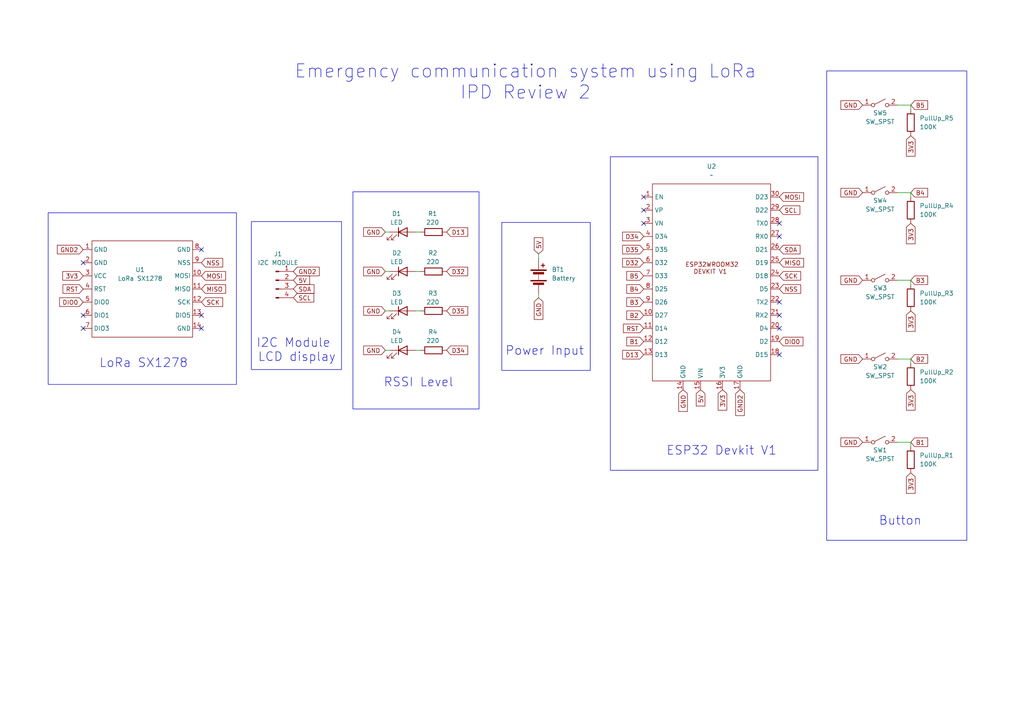
<source format=kicad_sch>
(kicad_sch
	(version 20250114)
	(generator "eeschema")
	(generator_version "9.0")
	(uuid "5bc10d7a-e5c6-49b1-a844-90b82a9e594c")
	(paper "A4")
	(lib_symbols
		(symbol "Connector:Conn_01x04_Pin"
			(pin_names
				(offset 1.016)
				(hide yes)
			)
			(exclude_from_sim no)
			(in_bom yes)
			(on_board yes)
			(property "Reference" "J"
				(at 0 5.08 0)
				(effects
					(font
						(size 1.27 1.27)
					)
				)
			)
			(property "Value" "Conn_01x04_Pin"
				(at 0 -7.62 0)
				(effects
					(font
						(size 1.27 1.27)
					)
				)
			)
			(property "Footprint" ""
				(at 0 0 0)
				(effects
					(font
						(size 1.27 1.27)
					)
					(hide yes)
				)
			)
			(property "Datasheet" "~"
				(at 0 0 0)
				(effects
					(font
						(size 1.27 1.27)
					)
					(hide yes)
				)
			)
			(property "Description" "Generic connector, single row, 01x04, script generated"
				(at 0 0 0)
				(effects
					(font
						(size 1.27 1.27)
					)
					(hide yes)
				)
			)
			(property "ki_locked" ""
				(at 0 0 0)
				(effects
					(font
						(size 1.27 1.27)
					)
				)
			)
			(property "ki_keywords" "connector"
				(at 0 0 0)
				(effects
					(font
						(size 1.27 1.27)
					)
					(hide yes)
				)
			)
			(property "ki_fp_filters" "Connector*:*_1x??_*"
				(at 0 0 0)
				(effects
					(font
						(size 1.27 1.27)
					)
					(hide yes)
				)
			)
			(symbol "Conn_01x04_Pin_1_1"
				(rectangle
					(start 0.8636 2.667)
					(end 0 2.413)
					(stroke
						(width 0.1524)
						(type default)
					)
					(fill
						(type outline)
					)
				)
				(rectangle
					(start 0.8636 0.127)
					(end 0 -0.127)
					(stroke
						(width 0.1524)
						(type default)
					)
					(fill
						(type outline)
					)
				)
				(rectangle
					(start 0.8636 -2.413)
					(end 0 -2.667)
					(stroke
						(width 0.1524)
						(type default)
					)
					(fill
						(type outline)
					)
				)
				(rectangle
					(start 0.8636 -4.953)
					(end 0 -5.207)
					(stroke
						(width 0.1524)
						(type default)
					)
					(fill
						(type outline)
					)
				)
				(polyline
					(pts
						(xy 1.27 2.54) (xy 0.8636 2.54)
					)
					(stroke
						(width 0.1524)
						(type default)
					)
					(fill
						(type none)
					)
				)
				(polyline
					(pts
						(xy 1.27 0) (xy 0.8636 0)
					)
					(stroke
						(width 0.1524)
						(type default)
					)
					(fill
						(type none)
					)
				)
				(polyline
					(pts
						(xy 1.27 -2.54) (xy 0.8636 -2.54)
					)
					(stroke
						(width 0.1524)
						(type default)
					)
					(fill
						(type none)
					)
				)
				(polyline
					(pts
						(xy 1.27 -5.08) (xy 0.8636 -5.08)
					)
					(stroke
						(width 0.1524)
						(type default)
					)
					(fill
						(type none)
					)
				)
				(pin passive line
					(at 5.08 2.54 180)
					(length 3.81)
					(name "Pin_1"
						(effects
							(font
								(size 1.27 1.27)
							)
						)
					)
					(number "1"
						(effects
							(font
								(size 1.27 1.27)
							)
						)
					)
				)
				(pin passive line
					(at 5.08 0 180)
					(length 3.81)
					(name "Pin_2"
						(effects
							(font
								(size 1.27 1.27)
							)
						)
					)
					(number "2"
						(effects
							(font
								(size 1.27 1.27)
							)
						)
					)
				)
				(pin passive line
					(at 5.08 -2.54 180)
					(length 3.81)
					(name "Pin_3"
						(effects
							(font
								(size 1.27 1.27)
							)
						)
					)
					(number "3"
						(effects
							(font
								(size 1.27 1.27)
							)
						)
					)
				)
				(pin passive line
					(at 5.08 -5.08 180)
					(length 3.81)
					(name "Pin_4"
						(effects
							(font
								(size 1.27 1.27)
							)
						)
					)
					(number "4"
						(effects
							(font
								(size 1.27 1.27)
							)
						)
					)
				)
			)
			(embedded_fonts no)
		)
		(symbol "Device:Battery"
			(pin_numbers
				(hide yes)
			)
			(pin_names
				(offset 0)
				(hide yes)
			)
			(exclude_from_sim no)
			(in_bom yes)
			(on_board yes)
			(property "Reference" "BT"
				(at 2.54 2.54 0)
				(effects
					(font
						(size 1.27 1.27)
					)
					(justify left)
				)
			)
			(property "Value" "Battery"
				(at 2.54 0 0)
				(effects
					(font
						(size 1.27 1.27)
					)
					(justify left)
				)
			)
			(property "Footprint" ""
				(at 0 1.524 90)
				(effects
					(font
						(size 1.27 1.27)
					)
					(hide yes)
				)
			)
			(property "Datasheet" "~"
				(at 0 1.524 90)
				(effects
					(font
						(size 1.27 1.27)
					)
					(hide yes)
				)
			)
			(property "Description" "Multiple-cell battery"
				(at 0 0 0)
				(effects
					(font
						(size 1.27 1.27)
					)
					(hide yes)
				)
			)
			(property "ki_keywords" "batt voltage-source cell"
				(at 0 0 0)
				(effects
					(font
						(size 1.27 1.27)
					)
					(hide yes)
				)
			)
			(symbol "Battery_0_1"
				(rectangle
					(start -2.286 1.778)
					(end 2.286 1.524)
					(stroke
						(width 0)
						(type default)
					)
					(fill
						(type outline)
					)
				)
				(rectangle
					(start -2.286 -1.27)
					(end 2.286 -1.524)
					(stroke
						(width 0)
						(type default)
					)
					(fill
						(type outline)
					)
				)
				(rectangle
					(start -1.524 1.016)
					(end 1.524 0.508)
					(stroke
						(width 0)
						(type default)
					)
					(fill
						(type outline)
					)
				)
				(rectangle
					(start -1.524 -2.032)
					(end 1.524 -2.54)
					(stroke
						(width 0)
						(type default)
					)
					(fill
						(type outline)
					)
				)
				(polyline
					(pts
						(xy 0 1.778) (xy 0 2.54)
					)
					(stroke
						(width 0)
						(type default)
					)
					(fill
						(type none)
					)
				)
				(polyline
					(pts
						(xy 0 0) (xy 0 0.254)
					)
					(stroke
						(width 0)
						(type default)
					)
					(fill
						(type none)
					)
				)
				(polyline
					(pts
						(xy 0 -0.508) (xy 0 -0.254)
					)
					(stroke
						(width 0)
						(type default)
					)
					(fill
						(type none)
					)
				)
				(polyline
					(pts
						(xy 0 -1.016) (xy 0 -0.762)
					)
					(stroke
						(width 0)
						(type default)
					)
					(fill
						(type none)
					)
				)
				(polyline
					(pts
						(xy 0.762 3.048) (xy 1.778 3.048)
					)
					(stroke
						(width 0.254)
						(type default)
					)
					(fill
						(type none)
					)
				)
				(polyline
					(pts
						(xy 1.27 3.556) (xy 1.27 2.54)
					)
					(stroke
						(width 0.254)
						(type default)
					)
					(fill
						(type none)
					)
				)
			)
			(symbol "Battery_1_1"
				(pin passive line
					(at 0 5.08 270)
					(length 2.54)
					(name "+"
						(effects
							(font
								(size 1.27 1.27)
							)
						)
					)
					(number "1"
						(effects
							(font
								(size 1.27 1.27)
							)
						)
					)
				)
				(pin passive line
					(at 0 -5.08 90)
					(length 2.54)
					(name "-"
						(effects
							(font
								(size 1.27 1.27)
							)
						)
					)
					(number "2"
						(effects
							(font
								(size 1.27 1.27)
							)
						)
					)
				)
			)
			(embedded_fonts no)
		)
		(symbol "Device:LED"
			(pin_numbers
				(hide yes)
			)
			(pin_names
				(offset 1.016)
				(hide yes)
			)
			(exclude_from_sim no)
			(in_bom yes)
			(on_board yes)
			(property "Reference" "D"
				(at 0 2.54 0)
				(effects
					(font
						(size 1.27 1.27)
					)
				)
			)
			(property "Value" "LED"
				(at 0 -2.54 0)
				(effects
					(font
						(size 1.27 1.27)
					)
				)
			)
			(property "Footprint" ""
				(at 0 0 0)
				(effects
					(font
						(size 1.27 1.27)
					)
					(hide yes)
				)
			)
			(property "Datasheet" "~"
				(at 0 0 0)
				(effects
					(font
						(size 1.27 1.27)
					)
					(hide yes)
				)
			)
			(property "Description" "Light emitting diode"
				(at 0 0 0)
				(effects
					(font
						(size 1.27 1.27)
					)
					(hide yes)
				)
			)
			(property "Sim.Pins" "1=K 2=A"
				(at 0 0 0)
				(effects
					(font
						(size 1.27 1.27)
					)
					(hide yes)
				)
			)
			(property "ki_keywords" "LED diode"
				(at 0 0 0)
				(effects
					(font
						(size 1.27 1.27)
					)
					(hide yes)
				)
			)
			(property "ki_fp_filters" "LED* LED_SMD:* LED_THT:*"
				(at 0 0 0)
				(effects
					(font
						(size 1.27 1.27)
					)
					(hide yes)
				)
			)
			(symbol "LED_0_1"
				(polyline
					(pts
						(xy -3.048 -0.762) (xy -4.572 -2.286) (xy -3.81 -2.286) (xy -4.572 -2.286) (xy -4.572 -1.524)
					)
					(stroke
						(width 0)
						(type default)
					)
					(fill
						(type none)
					)
				)
				(polyline
					(pts
						(xy -1.778 -0.762) (xy -3.302 -2.286) (xy -2.54 -2.286) (xy -3.302 -2.286) (xy -3.302 -1.524)
					)
					(stroke
						(width 0)
						(type default)
					)
					(fill
						(type none)
					)
				)
				(polyline
					(pts
						(xy -1.27 0) (xy 1.27 0)
					)
					(stroke
						(width 0)
						(type default)
					)
					(fill
						(type none)
					)
				)
				(polyline
					(pts
						(xy -1.27 -1.27) (xy -1.27 1.27)
					)
					(stroke
						(width 0.254)
						(type default)
					)
					(fill
						(type none)
					)
				)
				(polyline
					(pts
						(xy 1.27 -1.27) (xy 1.27 1.27) (xy -1.27 0) (xy 1.27 -1.27)
					)
					(stroke
						(width 0.254)
						(type default)
					)
					(fill
						(type none)
					)
				)
			)
			(symbol "LED_1_1"
				(pin passive line
					(at -3.81 0 0)
					(length 2.54)
					(name "K"
						(effects
							(font
								(size 1.27 1.27)
							)
						)
					)
					(number "1"
						(effects
							(font
								(size 1.27 1.27)
							)
						)
					)
				)
				(pin passive line
					(at 3.81 0 180)
					(length 2.54)
					(name "A"
						(effects
							(font
								(size 1.27 1.27)
							)
						)
					)
					(number "2"
						(effects
							(font
								(size 1.27 1.27)
							)
						)
					)
				)
			)
			(embedded_fonts no)
		)
		(symbol "Device:R"
			(pin_numbers
				(hide yes)
			)
			(pin_names
				(offset 0)
			)
			(exclude_from_sim no)
			(in_bom yes)
			(on_board yes)
			(property "Reference" "R"
				(at 2.032 0 90)
				(effects
					(font
						(size 1.27 1.27)
					)
				)
			)
			(property "Value" "R"
				(at 0 0 90)
				(effects
					(font
						(size 1.27 1.27)
					)
				)
			)
			(property "Footprint" ""
				(at -1.778 0 90)
				(effects
					(font
						(size 1.27 1.27)
					)
					(hide yes)
				)
			)
			(property "Datasheet" "~"
				(at 0 0 0)
				(effects
					(font
						(size 1.27 1.27)
					)
					(hide yes)
				)
			)
			(property "Description" "Resistor"
				(at 0 0 0)
				(effects
					(font
						(size 1.27 1.27)
					)
					(hide yes)
				)
			)
			(property "ki_keywords" "R res resistor"
				(at 0 0 0)
				(effects
					(font
						(size 1.27 1.27)
					)
					(hide yes)
				)
			)
			(property "ki_fp_filters" "R_*"
				(at 0 0 0)
				(effects
					(font
						(size 1.27 1.27)
					)
					(hide yes)
				)
			)
			(symbol "R_0_1"
				(rectangle
					(start -1.016 -2.54)
					(end 1.016 2.54)
					(stroke
						(width 0.254)
						(type default)
					)
					(fill
						(type none)
					)
				)
			)
			(symbol "R_1_1"
				(pin passive line
					(at 0 3.81 270)
					(length 1.27)
					(name "~"
						(effects
							(font
								(size 1.27 1.27)
							)
						)
					)
					(number "1"
						(effects
							(font
								(size 1.27 1.27)
							)
						)
					)
				)
				(pin passive line
					(at 0 -3.81 90)
					(length 1.27)
					(name "~"
						(effects
							(font
								(size 1.27 1.27)
							)
						)
					)
					(number "2"
						(effects
							(font
								(size 1.27 1.27)
							)
						)
					)
				)
			)
			(embedded_fonts no)
		)
		(symbol "ESP32_DEVKITV1:ESP32_DEVKITV1"
			(pin_names
				(offset 0.635)
			)
			(exclude_from_sim no)
			(in_bom yes)
			(on_board yes)
			(property "Reference" "U"
				(at 0.254 19.812 0)
				(effects
					(font
						(size 1.27 1.27)
					)
				)
			)
			(property "Value" ""
				(at 0 0 0)
				(effects
					(font
						(size 1.27 1.27)
					)
				)
			)
			(property "Footprint" "ESP32-footprints-Lib:ESP32DEVKITV1"
				(at 0 0 0)
				(effects
					(font
						(size 1.27 1.27)
					)
					(hide yes)
				)
			)
			(property "Datasheet" ""
				(at 0 0 0)
				(effects
					(font
						(size 1.27 1.27)
					)
					(hide yes)
				)
			)
			(property "Description" ""
				(at 0 0 0)
				(effects
					(font
						(size 1.27 1.27)
					)
					(hide yes)
				)
			)
			(property "ki_keywords" "ESP32"
				(at 0 0 0)
				(effects
					(font
						(size 1.27 1.27)
					)
					(hide yes)
				)
			)
			(symbol "ESP32_DEVKITV1_0_1"
				(rectangle
					(start -16.51 22.86)
					(end 17.78 -34.29)
					(stroke
						(width 0)
						(type default)
					)
					(fill
						(type none)
					)
				)
			)
			(symbol "ESP32_DEVKITV1_1_1"
				(text "ESP32WROOM32\nDEVKIT V1 "
					(at 0.762 -1.524 0)
					(effects
						(font
							(size 1.27 1.27)
						)
					)
				)
				(pin bidirectional line
					(at -19.05 19.05 0)
					(length 2.54)
					(name "EN"
						(effects
							(font
								(size 1.27 1.27)
							)
						)
					)
					(number "1"
						(effects
							(font
								(size 1.27 1.27)
							)
						)
					)
				)
				(pin bidirectional line
					(at -19.05 15.24 0)
					(length 2.54)
					(name "VP"
						(effects
							(font
								(size 1.27 1.27)
							)
						)
					)
					(number "2"
						(effects
							(font
								(size 1.27 1.27)
							)
						)
					)
				)
				(pin bidirectional line
					(at -19.05 11.43 0)
					(length 2.54)
					(name "VN"
						(effects
							(font
								(size 1.27 1.27)
							)
						)
					)
					(number "3"
						(effects
							(font
								(size 1.27 1.27)
							)
						)
					)
				)
				(pin bidirectional line
					(at -19.05 7.62 0)
					(length 2.54)
					(name "D34"
						(effects
							(font
								(size 1.27 1.27)
							)
						)
					)
					(number "4"
						(effects
							(font
								(size 1.27 1.27)
							)
						)
					)
				)
				(pin bidirectional line
					(at -19.05 3.81 0)
					(length 2.54)
					(name "D35"
						(effects
							(font
								(size 1.27 1.27)
							)
						)
					)
					(number "5"
						(effects
							(font
								(size 1.27 1.27)
							)
						)
					)
				)
				(pin bidirectional line
					(at -19.05 0 0)
					(length 2.54)
					(name "D32"
						(effects
							(font
								(size 1.27 1.27)
							)
						)
					)
					(number "6"
						(effects
							(font
								(size 1.27 1.27)
							)
						)
					)
				)
				(pin bidirectional line
					(at -19.05 -3.81 0)
					(length 2.54)
					(name "D33"
						(effects
							(font
								(size 1.27 1.27)
							)
						)
					)
					(number "7"
						(effects
							(font
								(size 1.27 1.27)
							)
						)
					)
				)
				(pin bidirectional line
					(at -19.05 -7.62 0)
					(length 2.54)
					(name "D25"
						(effects
							(font
								(size 1.27 1.27)
							)
						)
					)
					(number "8"
						(effects
							(font
								(size 1.27 1.27)
							)
						)
					)
				)
				(pin bidirectional line
					(at -19.05 -11.43 0)
					(length 2.54)
					(name "D26"
						(effects
							(font
								(size 1.27 1.27)
							)
						)
					)
					(number "9"
						(effects
							(font
								(size 1.27 1.27)
							)
						)
					)
				)
				(pin bidirectional line
					(at -19.05 -15.24 0)
					(length 2.54)
					(name "D27"
						(effects
							(font
								(size 1.27 1.27)
							)
						)
					)
					(number "10"
						(effects
							(font
								(size 1.27 1.27)
							)
						)
					)
				)
				(pin bidirectional line
					(at -19.05 -19.05 0)
					(length 2.54)
					(name "D14"
						(effects
							(font
								(size 1.27 1.27)
							)
						)
					)
					(number "11"
						(effects
							(font
								(size 1.27 1.27)
							)
						)
					)
				)
				(pin bidirectional line
					(at -19.05 -22.86 0)
					(length 2.54)
					(name "D12"
						(effects
							(font
								(size 1.27 1.27)
							)
						)
					)
					(number "12"
						(effects
							(font
								(size 1.27 1.27)
							)
						)
					)
				)
				(pin bidirectional line
					(at -19.05 -26.67 0)
					(length 2.54)
					(name "D13"
						(effects
							(font
								(size 1.27 1.27)
							)
						)
					)
					(number "13"
						(effects
							(font
								(size 1.27 1.27)
							)
						)
					)
				)
				(pin bidirectional line
					(at -7.62 -36.83 90)
					(length 2.54)
					(name "GND"
						(effects
							(font
								(size 1.27 1.27)
							)
						)
					)
					(number "14"
						(effects
							(font
								(size 1.27 1.27)
							)
						)
					)
				)
				(pin input line
					(at -2.54 -36.83 90)
					(length 2.54)
					(name "VIN"
						(effects
							(font
								(size 1.27 1.27)
							)
						)
					)
					(number "15"
						(effects
							(font
								(size 1.27 1.27)
							)
						)
					)
				)
				(pin input line
					(at 3.81 -36.83 90)
					(length 2.54)
					(name "3V3"
						(effects
							(font
								(size 1.27 1.27)
							)
						)
					)
					(number "16"
						(effects
							(font
								(size 1.27 1.27)
							)
						)
					)
				)
				(pin bidirectional line
					(at 8.89 -36.83 90)
					(length 2.54)
					(name "GND"
						(effects
							(font
								(size 1.27 1.27)
							)
						)
					)
					(number "17"
						(effects
							(font
								(size 1.27 1.27)
							)
						)
					)
				)
				(pin bidirectional line
					(at 20.32 19.05 180)
					(length 2.54)
					(name "D23"
						(effects
							(font
								(size 1.27 1.27)
							)
						)
					)
					(number "30"
						(effects
							(font
								(size 1.27 1.27)
							)
						)
					)
				)
				(pin bidirectional line
					(at 20.32 15.24 180)
					(length 2.54)
					(name "D22"
						(effects
							(font
								(size 1.27 1.27)
							)
						)
					)
					(number "29"
						(effects
							(font
								(size 1.27 1.27)
							)
						)
					)
				)
				(pin bidirectional line
					(at 20.32 11.43 180)
					(length 2.54)
					(name "TX0"
						(effects
							(font
								(size 1.27 1.27)
							)
						)
					)
					(number "28"
						(effects
							(font
								(size 1.27 1.27)
							)
						)
					)
				)
				(pin bidirectional line
					(at 20.32 7.62 180)
					(length 2.54)
					(name "RX0"
						(effects
							(font
								(size 1.27 1.27)
							)
						)
					)
					(number "27"
						(effects
							(font
								(size 1.27 1.27)
							)
						)
					)
				)
				(pin bidirectional line
					(at 20.32 3.81 180)
					(length 2.54)
					(name "D21"
						(effects
							(font
								(size 1.27 1.27)
							)
						)
					)
					(number "26"
						(effects
							(font
								(size 1.27 1.27)
							)
						)
					)
				)
				(pin bidirectional line
					(at 20.32 0 180)
					(length 2.54)
					(name "D19"
						(effects
							(font
								(size 1.27 1.27)
							)
						)
					)
					(number "25"
						(effects
							(font
								(size 1.27 1.27)
							)
						)
					)
				)
				(pin bidirectional line
					(at 20.32 -3.81 180)
					(length 2.54)
					(name "D18"
						(effects
							(font
								(size 1.27 1.27)
							)
						)
					)
					(number "24"
						(effects
							(font
								(size 1.27 1.27)
							)
						)
					)
				)
				(pin bidirectional line
					(at 20.32 -7.62 180)
					(length 2.54)
					(name "D5"
						(effects
							(font
								(size 1.27 1.27)
							)
						)
					)
					(number "23"
						(effects
							(font
								(size 1.27 1.27)
							)
						)
					)
				)
				(pin bidirectional line
					(at 20.32 -11.43 180)
					(length 2.54)
					(name "TX2"
						(effects
							(font
								(size 1.27 1.27)
							)
						)
					)
					(number "22"
						(effects
							(font
								(size 1.27 1.27)
							)
						)
					)
				)
				(pin bidirectional line
					(at 20.32 -15.24 180)
					(length 2.54)
					(name "RX2"
						(effects
							(font
								(size 1.27 1.27)
							)
						)
					)
					(number "21"
						(effects
							(font
								(size 1.27 1.27)
							)
						)
					)
				)
				(pin bidirectional line
					(at 20.32 -19.05 180)
					(length 2.54)
					(name "D4"
						(effects
							(font
								(size 1.27 1.27)
							)
						)
					)
					(number "20"
						(effects
							(font
								(size 1.27 1.27)
							)
						)
					)
				)
				(pin bidirectional line
					(at 20.32 -22.86 180)
					(length 2.54)
					(name "D2"
						(effects
							(font
								(size 1.27 1.27)
							)
						)
					)
					(number "19"
						(effects
							(font
								(size 1.27 1.27)
							)
						)
					)
				)
				(pin bidirectional line
					(at 20.32 -26.67 180)
					(length 2.54)
					(name "D15"
						(effects
							(font
								(size 1.27 1.27)
							)
						)
					)
					(number "18"
						(effects
							(font
								(size 1.27 1.27)
							)
						)
					)
				)
			)
			(embedded_fonts no)
		)
		(symbol "LoRa_SX1278:SX1278_LoRa"
			(exclude_from_sim no)
			(in_bom yes)
			(on_board yes)
			(property "Reference" "U1"
				(at 0 3.048 0)
				(effects
					(font
						(size 1.27 1.27)
					)
				)
			)
			(property "Value" "LoRa SX1278"
				(at 0 0.508 0)
				(effects
					(font
						(size 1.27 1.27)
					)
				)
			)
			(property "Footprint" ""
				(at 0 0 0)
				(effects
					(font
						(size 1.27 1.27)
					)
					(hide yes)
				)
			)
			(property "Datasheet" ""
				(at 0 0 0)
				(effects
					(font
						(size 1.27 1.27)
					)
					(hide yes)
				)
			)
			(property "Description" ""
				(at 0 0 0)
				(effects
					(font
						(size 1.27 1.27)
					)
					(hide yes)
				)
			)
			(symbol "SX1278_LoRa_0_1"
				(rectangle
					(start -13.97 11.43)
					(end 15.24 -16.51)
					(stroke
						(width 0)
						(type default)
					)
					(fill
						(type none)
					)
				)
			)
			(symbol "SX1278_LoRa_1_1"
				(pin bidirectional line
					(at -16.51 8.89 0)
					(length 2.54)
					(name "GND"
						(effects
							(font
								(size 1.27 1.27)
							)
						)
					)
					(number "1"
						(effects
							(font
								(size 1.27 1.27)
							)
						)
					)
				)
				(pin bidirectional line
					(at -16.51 5.08 0)
					(length 2.54)
					(name "GND"
						(effects
							(font
								(size 1.27 1.27)
							)
						)
					)
					(number "2"
						(effects
							(font
								(size 1.27 1.27)
							)
						)
					)
				)
				(pin bidirectional line
					(at -16.51 1.27 0)
					(length 2.54)
					(name "VCC"
						(effects
							(font
								(size 1.27 1.27)
							)
						)
					)
					(number "3"
						(effects
							(font
								(size 1.27 1.27)
							)
						)
					)
				)
				(pin bidirectional line
					(at -16.51 -2.54 0)
					(length 2.54)
					(name "RST"
						(effects
							(font
								(size 1.27 1.27)
							)
						)
					)
					(number "4"
						(effects
							(font
								(size 1.27 1.27)
							)
						)
					)
				)
				(pin bidirectional line
					(at -16.51 -6.35 0)
					(length 2.54)
					(name "DIO0"
						(effects
							(font
								(size 1.27 1.27)
							)
						)
					)
					(number "5"
						(effects
							(font
								(size 1.27 1.27)
							)
						)
					)
				)
				(pin bidirectional line
					(at -16.51 -10.16 0)
					(length 2.54)
					(name "DIO1"
						(effects
							(font
								(size 1.27 1.27)
							)
						)
					)
					(number "6"
						(effects
							(font
								(size 1.27 1.27)
							)
						)
					)
				)
				(pin bidirectional line
					(at -16.51 -13.97 0)
					(length 2.54)
					(name "DIO3"
						(effects
							(font
								(size 1.27 1.27)
							)
						)
					)
					(number "7"
						(effects
							(font
								(size 1.27 1.27)
							)
						)
					)
				)
				(pin bidirectional line
					(at 17.78 8.89 180)
					(length 2.54)
					(name "GND"
						(effects
							(font
								(size 1.27 1.27)
							)
						)
					)
					(number "8"
						(effects
							(font
								(size 1.27 1.27)
							)
						)
					)
				)
				(pin bidirectional line
					(at 17.78 5.08 180)
					(length 2.54)
					(name "NSS"
						(effects
							(font
								(size 1.27 1.27)
							)
						)
					)
					(number "9"
						(effects
							(font
								(size 1.27 1.27)
							)
						)
					)
				)
				(pin bidirectional line
					(at 17.78 1.27 180)
					(length 2.54)
					(name "MOSI"
						(effects
							(font
								(size 1.27 1.27)
							)
						)
					)
					(number "10"
						(effects
							(font
								(size 1.27 1.27)
							)
						)
					)
				)
				(pin bidirectional line
					(at 17.78 -2.54 180)
					(length 2.54)
					(name "MISO"
						(effects
							(font
								(size 1.27 1.27)
							)
						)
					)
					(number "11"
						(effects
							(font
								(size 1.27 1.27)
							)
						)
					)
				)
				(pin bidirectional line
					(at 17.78 -6.35 180)
					(length 2.54)
					(name "SCK"
						(effects
							(font
								(size 1.27 1.27)
							)
						)
					)
					(number "12"
						(effects
							(font
								(size 1.27 1.27)
							)
						)
					)
				)
				(pin bidirectional line
					(at 17.78 -10.16 180)
					(length 2.54)
					(name "DIO5"
						(effects
							(font
								(size 1.27 1.27)
							)
						)
					)
					(number "13"
						(effects
							(font
								(size 1.27 1.27)
							)
						)
					)
				)
				(pin bidirectional line
					(at 17.78 -13.97 180)
					(length 2.54)
					(name "GND"
						(effects
							(font
								(size 1.27 1.27)
							)
						)
					)
					(number "14"
						(effects
							(font
								(size 1.27 1.27)
							)
						)
					)
				)
			)
			(embedded_fonts no)
		)
		(symbol "Switch:SW_SPST"
			(pin_names
				(offset 0)
				(hide yes)
			)
			(exclude_from_sim no)
			(in_bom yes)
			(on_board yes)
			(property "Reference" "SW"
				(at 0 3.175 0)
				(effects
					(font
						(size 1.27 1.27)
					)
				)
			)
			(property "Value" "SW_SPST"
				(at 0 -2.54 0)
				(effects
					(font
						(size 1.27 1.27)
					)
				)
			)
			(property "Footprint" ""
				(at 0 0 0)
				(effects
					(font
						(size 1.27 1.27)
					)
					(hide yes)
				)
			)
			(property "Datasheet" "~"
				(at 0 0 0)
				(effects
					(font
						(size 1.27 1.27)
					)
					(hide yes)
				)
			)
			(property "Description" "Single Pole Single Throw (SPST) switch"
				(at 0 0 0)
				(effects
					(font
						(size 1.27 1.27)
					)
					(hide yes)
				)
			)
			(property "ki_keywords" "switch lever"
				(at 0 0 0)
				(effects
					(font
						(size 1.27 1.27)
					)
					(hide yes)
				)
			)
			(symbol "SW_SPST_0_0"
				(circle
					(center -2.032 0)
					(radius 0.508)
					(stroke
						(width 0)
						(type default)
					)
					(fill
						(type none)
					)
				)
				(polyline
					(pts
						(xy -1.524 0.254) (xy 1.524 1.778)
					)
					(stroke
						(width 0)
						(type default)
					)
					(fill
						(type none)
					)
				)
				(circle
					(center 2.032 0)
					(radius 0.508)
					(stroke
						(width 0)
						(type default)
					)
					(fill
						(type none)
					)
				)
			)
			(symbol "SW_SPST_1_1"
				(pin passive line
					(at -5.08 0 0)
					(length 2.54)
					(name "A"
						(effects
							(font
								(size 1.27 1.27)
							)
						)
					)
					(number "1"
						(effects
							(font
								(size 1.27 1.27)
							)
						)
					)
				)
				(pin passive line
					(at 5.08 0 180)
					(length 2.54)
					(name "B"
						(effects
							(font
								(size 1.27 1.27)
							)
						)
					)
					(number "2"
						(effects
							(font
								(size 1.27 1.27)
							)
						)
					)
				)
			)
			(embedded_fonts no)
		)
	)
	(rectangle
		(start 102.362 55.626)
		(end 138.938 118.618)
		(stroke
			(width 0)
			(type default)
		)
		(fill
			(type none)
		)
		(uuid 0c2dd270-97b0-4e34-8467-fb32bf348f3b)
	)
	(rectangle
		(start 145.542 64.516)
		(end 171.196 107.442)
		(stroke
			(width 0)
			(type default)
		)
		(fill
			(type none)
		)
		(uuid 0c931cbf-5da0-4ad5-a5e5-dd35946c3e7a)
	)
	(rectangle
		(start 177.038 45.466)
		(end 237.236 136.398)
		(stroke
			(width 0)
			(type default)
		)
		(fill
			(type none)
		)
		(uuid 3f1193f9-2e6e-4302-8510-310d795588c9)
	)
	(rectangle
		(start 72.898 64.262)
		(end 99.06 107.188)
		(stroke
			(width 0)
			(type default)
		)
		(fill
			(type none)
		)
		(uuid 6988b107-cd70-4c08-b842-edb5e190c0d0)
	)
	(rectangle
		(start 239.776 20.574)
		(end 280.416 156.718)
		(stroke
			(width 0)
			(type default)
		)
		(fill
			(type none)
		)
		(uuid 7628e49e-9094-4ccf-bcbb-97677de1eed9)
	)
	(rectangle
		(start 13.97 61.722)
		(end 68.58 111.506)
		(stroke
			(width 0)
			(type default)
		)
		(fill
			(type none)
		)
		(uuid d5a5da63-b57d-4681-b266-f9531040faaa)
	)
	(text "Emergency communication system using LoRa\nIPD Review 2"
		(exclude_from_sim no)
		(at 152.4 23.876 0)
		(effects
			(font
				(size 3.81 3.81)
			)
		)
		(uuid "0327e4ef-cea5-4b03-b8ce-4ea5fe07acc3")
	)
	(text "LoRa SX1278"
		(exclude_from_sim no)
		(at 41.656 105.41 0)
		(effects
			(font
				(size 2.54 2.54)
			)
		)
		(uuid "1acdb747-93fe-4ab2-8efa-1a1b69829323")
	)
	(text "ESP32 Devkit V1"
		(exclude_from_sim no)
		(at 209.296 130.81 0)
		(effects
			(font
				(size 2.54 2.54)
			)
		)
		(uuid "333870d9-0860-48dc-a5ff-62dff82c710c")
	)
	(text "Power Input\n"
		(exclude_from_sim no)
		(at 157.988 101.854 0)
		(effects
			(font
				(size 2.54 2.54)
			)
		)
		(uuid "4fed5398-dd22-4d35-a294-a767f9d03b27")
	)
	(text "RSSI Level"
		(exclude_from_sim no)
		(at 121.412 110.998 0)
		(effects
			(font
				(size 2.54 2.54)
			)
		)
		(uuid "8d087bfc-ef2c-433d-adaa-6f433ad2be1c")
	)
	(text "Button"
		(exclude_from_sim no)
		(at 261.112 151.13 0)
		(effects
			(font
				(size 2.54 2.54)
			)
		)
		(uuid "d41ebcc4-aa45-4716-b40a-7400983b75b5")
	)
	(text "I2C Module \nLCD display"
		(exclude_from_sim no)
		(at 86.106 101.6 0)
		(effects
			(font
				(size 2.54 2.54)
			)
		)
		(uuid "f8c94c4e-bd88-4f6e-b132-32cf85dee9bd")
	)
	(no_connect
		(at 226.06 68.58)
		(uuid "1473866b-77a2-49b0-a25e-0de064d04ac4")
	)
	(no_connect
		(at 186.69 57.15)
		(uuid "1ccc023d-76b4-4648-8055-33d07ca7aad4")
	)
	(no_connect
		(at 24.13 95.25)
		(uuid "40d93641-4619-4fbf-8c7e-75fff314fbbc")
	)
	(no_connect
		(at 24.13 91.44)
		(uuid "4d8f2150-2bc9-4695-846e-5620298b0442")
	)
	(no_connect
		(at 226.06 87.63)
		(uuid "7307632a-ee8f-4d58-bbc6-2acdca435f04")
	)
	(no_connect
		(at 58.42 72.39)
		(uuid "813c6468-9835-47bb-9fbd-1922ccf3ed53")
	)
	(no_connect
		(at 186.69 60.96)
		(uuid "884eacac-154f-48d0-9a56-b8b9a049992f")
	)
	(no_connect
		(at 226.06 95.25)
		(uuid "941928fc-0c1c-4032-9845-36c4bc7ade8b")
	)
	(no_connect
		(at 226.06 91.44)
		(uuid "992aa032-3449-4ef2-a0de-d477b271c23f")
	)
	(no_connect
		(at 58.42 91.44)
		(uuid "ae3f3c1a-b4f9-4371-8418-a13ccc4e274b")
	)
	(no_connect
		(at 226.06 64.77)
		(uuid "ca91df27-3f2c-4920-9d76-0cafae29cc05")
	)
	(no_connect
		(at 226.06 102.87)
		(uuid "d012705d-4357-4833-b7a4-59f1e8908a45")
	)
	(no_connect
		(at 24.13 76.2)
		(uuid "ddab6339-fabe-4684-8541-5f20e8986e6b")
	)
	(no_connect
		(at 186.69 64.77)
		(uuid "f257ca8f-0168-468a-9c90-96ef04bde777")
	)
	(no_connect
		(at 58.42 95.25)
		(uuid "fa0e87f3-8e1f-4dfd-8509-8d63b77e0a79")
	)
	(wire
		(pts
			(xy 156.21 73.66) (xy 156.21 74.93)
		)
		(stroke
			(width 0)
			(type default)
		)
		(uuid "0d408d6c-a79e-4f4e-a602-2706ea0e1664")
	)
	(wire
		(pts
			(xy 111.76 67.31) (xy 113.03 67.31)
		)
		(stroke
			(width 0)
			(type default)
		)
		(uuid "2b667d8d-72c2-4495-a272-46c97c4a7a96")
	)
	(wire
		(pts
			(xy 120.65 90.17) (xy 121.92 90.17)
		)
		(stroke
			(width 0)
			(type default)
		)
		(uuid "42a1a3d2-1cfe-4dfc-8889-6b4fc8a4b2b8")
	)
	(wire
		(pts
			(xy 120.65 101.6) (xy 121.92 101.6)
		)
		(stroke
			(width 0)
			(type default)
		)
		(uuid "4c2c69a7-991a-4ed8-97a1-0ee9572fdcae")
	)
	(wire
		(pts
			(xy 264.16 81.28) (xy 260.35 81.28)
		)
		(stroke
			(width 0)
			(type default)
		)
		(uuid "506ad417-783c-47df-a86c-8c08f970b847")
	)
	(wire
		(pts
			(xy 264.16 31.75) (xy 264.16 30.48)
		)
		(stroke
			(width 0)
			(type default)
		)
		(uuid "61fba018-2747-4de7-83b5-764df1c9ef1b")
	)
	(wire
		(pts
			(xy 111.76 101.6) (xy 113.03 101.6)
		)
		(stroke
			(width 0)
			(type default)
		)
		(uuid "6960723e-b70c-4b61-93f2-7a50a8e08b69")
	)
	(wire
		(pts
			(xy 264.16 105.41) (xy 264.16 104.14)
		)
		(stroke
			(width 0)
			(type default)
		)
		(uuid "74f51f42-5d9b-4eca-986f-92fe06e27f8f")
	)
	(wire
		(pts
			(xy 264.16 57.15) (xy 264.16 55.88)
		)
		(stroke
			(width 0)
			(type default)
		)
		(uuid "74f628a7-47d1-4a4e-bf33-25f54a4ee582")
	)
	(wire
		(pts
			(xy 120.65 78.74) (xy 121.92 78.74)
		)
		(stroke
			(width 0)
			(type default)
		)
		(uuid "7fe02a01-ccda-45a7-af4f-d1062e43c770")
	)
	(wire
		(pts
			(xy 156.21 86.36) (xy 156.21 85.09)
		)
		(stroke
			(width 0)
			(type default)
		)
		(uuid "8c84f22e-ad59-4370-b846-f5792bc2046d")
	)
	(wire
		(pts
			(xy 111.76 78.74) (xy 113.03 78.74)
		)
		(stroke
			(width 0)
			(type default)
		)
		(uuid "8f84cc59-1bf8-48df-a629-0acc6c076416")
	)
	(wire
		(pts
			(xy 264.16 82.55) (xy 264.16 81.28)
		)
		(stroke
			(width 0)
			(type default)
		)
		(uuid "a87b280a-f183-4394-bdb3-1e350974afef")
	)
	(wire
		(pts
			(xy 111.76 90.17) (xy 113.03 90.17)
		)
		(stroke
			(width 0)
			(type default)
		)
		(uuid "b6e891f0-b24d-43c1-a8e3-12ece0cf0921")
	)
	(wire
		(pts
			(xy 264.16 129.54) (xy 264.16 128.27)
		)
		(stroke
			(width 0)
			(type default)
		)
		(uuid "cc76a2a6-da93-4538-9fbb-6211057f7210")
	)
	(wire
		(pts
			(xy 264.16 55.88) (xy 260.35 55.88)
		)
		(stroke
			(width 0)
			(type default)
		)
		(uuid "da0a0a43-87d6-49e7-af2c-3e44595ff866")
	)
	(wire
		(pts
			(xy 120.65 67.31) (xy 121.92 67.31)
		)
		(stroke
			(width 0)
			(type default)
		)
		(uuid "e65095be-f7e5-4510-b6fd-c8387cba4ab9")
	)
	(wire
		(pts
			(xy 264.16 30.48) (xy 260.35 30.48)
		)
		(stroke
			(width 0)
			(type default)
		)
		(uuid "f31f9e40-6890-44ff-b09b-5dca155a8b5b")
	)
	(wire
		(pts
			(xy 264.16 128.27) (xy 260.35 128.27)
		)
		(stroke
			(width 0)
			(type default)
		)
		(uuid "f889b8c4-48c5-4d35-88b7-27532607efbc")
	)
	(wire
		(pts
			(xy 264.16 104.14) (xy 260.35 104.14)
		)
		(stroke
			(width 0)
			(type default)
		)
		(uuid "fcb808cf-0330-4260-a926-98b96bcc4d9d")
	)
	(global_label "5V"
		(shape input)
		(at 203.2 113.03 270)
		(fields_autoplaced yes)
		(effects
			(font
				(size 1.27 1.27)
			)
			(justify right)
		)
		(uuid "0539cd35-0f25-487e-b8dc-4aec1cdf0dfa")
		(property "Intersheetrefs" "${INTERSHEET_REFS}"
			(at 203.2 118.3133 90)
			(effects
				(font
					(size 1.27 1.27)
				)
				(justify right)
				(hide yes)
			)
		)
	)
	(global_label "RST"
		(shape input)
		(at 186.69 95.25 180)
		(fields_autoplaced yes)
		(effects
			(font
				(size 1.27 1.27)
			)
			(justify right)
		)
		(uuid "064e8ab7-0c61-46b6-9144-6bb61fe82952")
		(property "Intersheetrefs" "${INTERSHEET_REFS}"
			(at 180.2577 95.25 0)
			(effects
				(font
					(size 1.27 1.27)
				)
				(justify right)
				(hide yes)
			)
		)
	)
	(global_label "GND"
		(shape input)
		(at 250.19 81.28 180)
		(fields_autoplaced yes)
		(effects
			(font
				(size 1.27 1.27)
			)
			(justify right)
		)
		(uuid "066554c6-f42d-4194-8670-8da1492b0d8e")
		(property "Intersheetrefs" "${INTERSHEET_REFS}"
			(at 243.3343 81.28 0)
			(effects
				(font
					(size 1.27 1.27)
				)
				(justify right)
				(hide yes)
			)
		)
	)
	(global_label "D13"
		(shape input)
		(at 129.54 67.31 0)
		(fields_autoplaced yes)
		(effects
			(font
				(size 1.27 1.27)
			)
			(justify left)
		)
		(uuid "0758778d-6eaa-4674-a49b-681d72adcd19")
		(property "Intersheetrefs" "${INTERSHEET_REFS}"
			(at 136.2142 67.31 0)
			(effects
				(font
					(size 1.27 1.27)
				)
				(justify left)
				(hide yes)
			)
		)
	)
	(global_label "GND"
		(shape input)
		(at 156.21 86.36 270)
		(fields_autoplaced yes)
		(effects
			(font
				(size 1.27 1.27)
			)
			(justify right)
		)
		(uuid "07e4b2ed-503e-4a06-9a14-e3f08824b964")
		(property "Intersheetrefs" "${INTERSHEET_REFS}"
			(at 156.21 93.2157 90)
			(effects
				(font
					(size 1.27 1.27)
				)
				(justify right)
				(hide yes)
			)
		)
	)
	(global_label "D32"
		(shape input)
		(at 129.54 78.74 0)
		(fields_autoplaced yes)
		(effects
			(font
				(size 1.27 1.27)
			)
			(justify left)
		)
		(uuid "09b076c5-f925-4768-aa8d-cfd502587103")
		(property "Intersheetrefs" "${INTERSHEET_REFS}"
			(at 136.2142 78.74 0)
			(effects
				(font
					(size 1.27 1.27)
				)
				(justify left)
				(hide yes)
			)
		)
	)
	(global_label "B4"
		(shape input)
		(at 186.69 83.82 180)
		(fields_autoplaced yes)
		(effects
			(font
				(size 1.27 1.27)
			)
			(justify right)
		)
		(uuid "11386eee-749a-4195-8710-174a63690e5a")
		(property "Intersheetrefs" "${INTERSHEET_REFS}"
			(at 181.2253 83.82 0)
			(effects
				(font
					(size 1.27 1.27)
				)
				(justify right)
				(hide yes)
			)
		)
	)
	(global_label "SDA"
		(shape input)
		(at 226.06 72.39 0)
		(fields_autoplaced yes)
		(effects
			(font
				(size 1.27 1.27)
			)
			(justify left)
		)
		(uuid "1990ecbc-6618-40d5-8507-028416813d92")
		(property "Intersheetrefs" "${INTERSHEET_REFS}"
			(at 232.6133 72.39 0)
			(effects
				(font
					(size 1.27 1.27)
				)
				(justify left)
				(hide yes)
			)
		)
	)
	(global_label "GND2"
		(shape input)
		(at 24.13 72.39 180)
		(fields_autoplaced yes)
		(effects
			(font
				(size 1.27 1.27)
			)
			(justify right)
		)
		(uuid "35fa0083-0c99-4bba-9673-d6a9986fadc6")
		(property "Intersheetrefs" "${INTERSHEET_REFS}"
			(at 16.0648 72.39 0)
			(effects
				(font
					(size 1.27 1.27)
				)
				(justify right)
				(hide yes)
			)
		)
	)
	(global_label "GND"
		(shape input)
		(at 111.76 67.31 180)
		(fields_autoplaced yes)
		(effects
			(font
				(size 1.27 1.27)
			)
			(justify right)
		)
		(uuid "3ac253dd-6474-4bba-b142-4dc50958c00c")
		(property "Intersheetrefs" "${INTERSHEET_REFS}"
			(at 104.9043 67.31 0)
			(effects
				(font
					(size 1.27 1.27)
				)
				(justify right)
				(hide yes)
			)
		)
	)
	(global_label "GND"
		(shape input)
		(at 111.76 90.17 180)
		(fields_autoplaced yes)
		(effects
			(font
				(size 1.27 1.27)
			)
			(justify right)
		)
		(uuid "4a761374-7194-42c1-b24d-8098786b3dc6")
		(property "Intersheetrefs" "${INTERSHEET_REFS}"
			(at 104.9043 90.17 0)
			(effects
				(font
					(size 1.27 1.27)
				)
				(justify right)
				(hide yes)
			)
		)
	)
	(global_label "3V3"
		(shape input)
		(at 209.55 113.03 270)
		(fields_autoplaced yes)
		(effects
			(font
				(size 1.27 1.27)
			)
			(justify right)
		)
		(uuid "4aa31e69-4a43-4ab6-a2be-d77e85ac053f")
		(property "Intersheetrefs" "${INTERSHEET_REFS}"
			(at 209.55 119.5228 90)
			(effects
				(font
					(size 1.27 1.27)
				)
				(justify right)
				(hide yes)
			)
		)
	)
	(global_label "NSS"
		(shape input)
		(at 58.42 76.2 0)
		(fields_autoplaced yes)
		(effects
			(font
				(size 1.27 1.27)
			)
			(justify left)
		)
		(uuid "4b7f6c86-bcb2-4542-8a06-d0df61de93e6")
		(property "Intersheetrefs" "${INTERSHEET_REFS}"
			(at 65.1547 76.2 0)
			(effects
				(font
					(size 1.27 1.27)
				)
				(justify left)
				(hide yes)
			)
		)
	)
	(global_label "D34"
		(shape input)
		(at 186.69 68.58 180)
		(fields_autoplaced yes)
		(effects
			(font
				(size 1.27 1.27)
			)
			(justify right)
		)
		(uuid "4efc0fe2-793f-46b0-a7c8-fc870bcd162f")
		(property "Intersheetrefs" "${INTERSHEET_REFS}"
			(at 180.0158 68.58 0)
			(effects
				(font
					(size 1.27 1.27)
				)
				(justify right)
				(hide yes)
			)
		)
	)
	(global_label "GND"
		(shape input)
		(at 250.19 104.14 180)
		(fields_autoplaced yes)
		(effects
			(font
				(size 1.27 1.27)
			)
			(justify right)
		)
		(uuid "5a2a4630-871c-4e67-af95-0bbc9424beff")
		(property "Intersheetrefs" "${INTERSHEET_REFS}"
			(at 243.3343 104.14 0)
			(effects
				(font
					(size 1.27 1.27)
				)
				(justify right)
				(hide yes)
			)
		)
	)
	(global_label "B1"
		(shape input)
		(at 186.69 99.06 180)
		(fields_autoplaced yes)
		(effects
			(font
				(size 1.27 1.27)
			)
			(justify right)
		)
		(uuid "5f5ab5e2-dd3e-4027-ab62-811b933cf5ab")
		(property "Intersheetrefs" "${INTERSHEET_REFS}"
			(at 181.2253 99.06 0)
			(effects
				(font
					(size 1.27 1.27)
				)
				(justify right)
				(hide yes)
			)
		)
	)
	(global_label "GND"
		(shape input)
		(at 250.19 128.27 180)
		(fields_autoplaced yes)
		(effects
			(font
				(size 1.27 1.27)
			)
			(justify right)
		)
		(uuid "5ff7b4a8-3c00-45ff-9cb9-1799d5835343")
		(property "Intersheetrefs" "${INTERSHEET_REFS}"
			(at 243.3343 128.27 0)
			(effects
				(font
					(size 1.27 1.27)
				)
				(justify right)
				(hide yes)
			)
		)
	)
	(global_label "MOSI"
		(shape input)
		(at 58.42 80.01 0)
		(fields_autoplaced yes)
		(effects
			(font
				(size 1.27 1.27)
			)
			(justify left)
		)
		(uuid "61ce56bb-99bf-4807-992e-d485f78ded9c")
		(property "Intersheetrefs" "${INTERSHEET_REFS}"
			(at 66.0014 80.01 0)
			(effects
				(font
					(size 1.27 1.27)
				)
				(justify left)
				(hide yes)
			)
		)
	)
	(global_label "3V3"
		(shape input)
		(at 264.16 113.03 270)
		(fields_autoplaced yes)
		(effects
			(font
				(size 1.27 1.27)
			)
			(justify right)
		)
		(uuid "644807e1-3d98-4c65-baa5-8ddc9e3a6495")
		(property "Intersheetrefs" "${INTERSHEET_REFS}"
			(at 264.16 119.5228 90)
			(effects
				(font
					(size 1.27 1.27)
				)
				(justify right)
				(hide yes)
			)
		)
	)
	(global_label "B3"
		(shape input)
		(at 264.16 81.28 0)
		(fields_autoplaced yes)
		(effects
			(font
				(size 1.27 1.27)
			)
			(justify left)
		)
		(uuid "6c1382aa-2b49-4660-82a3-9ce9c0a63eae")
		(property "Intersheetrefs" "${INTERSHEET_REFS}"
			(at 269.6247 81.28 0)
			(effects
				(font
					(size 1.27 1.27)
				)
				(justify left)
				(hide yes)
			)
		)
	)
	(global_label "D13"
		(shape input)
		(at 186.69 102.87 180)
		(fields_autoplaced yes)
		(effects
			(font
				(size 1.27 1.27)
			)
			(justify right)
		)
		(uuid "6c71a112-d45e-4257-9ff7-a827a2beca92")
		(property "Intersheetrefs" "${INTERSHEET_REFS}"
			(at 180.0158 102.87 0)
			(effects
				(font
					(size 1.27 1.27)
				)
				(justify right)
				(hide yes)
			)
		)
	)
	(global_label "B2"
		(shape input)
		(at 186.69 91.44 180)
		(fields_autoplaced yes)
		(effects
			(font
				(size 1.27 1.27)
			)
			(justify right)
		)
		(uuid "71200e9f-bcae-45a7-bacc-0ec7cd629ca8")
		(property "Intersheetrefs" "${INTERSHEET_REFS}"
			(at 181.2253 91.44 0)
			(effects
				(font
					(size 1.27 1.27)
				)
				(justify right)
				(hide yes)
			)
		)
	)
	(global_label "GND"
		(shape input)
		(at 111.76 101.6 180)
		(fields_autoplaced yes)
		(effects
			(font
				(size 1.27 1.27)
			)
			(justify right)
		)
		(uuid "729a5e3b-e024-463f-b803-07132f82a7d2")
		(property "Intersheetrefs" "${INTERSHEET_REFS}"
			(at 104.9043 101.6 0)
			(effects
				(font
					(size 1.27 1.27)
				)
				(justify right)
				(hide yes)
			)
		)
	)
	(global_label "MISO"
		(shape input)
		(at 58.42 83.82 0)
		(fields_autoplaced yes)
		(effects
			(font
				(size 1.27 1.27)
			)
			(justify left)
		)
		(uuid "747bbe93-6170-4ca1-946e-82d1fe1b41a0")
		(property "Intersheetrefs" "${INTERSHEET_REFS}"
			(at 66.0014 83.82 0)
			(effects
				(font
					(size 1.27 1.27)
				)
				(justify left)
				(hide yes)
			)
		)
	)
	(global_label "D32"
		(shape input)
		(at 186.69 76.2 180)
		(fields_autoplaced yes)
		(effects
			(font
				(size 1.27 1.27)
			)
			(justify right)
		)
		(uuid "754f5b0b-6b69-4e0d-bbc7-abece5bccfc6")
		(property "Intersheetrefs" "${INTERSHEET_REFS}"
			(at 180.0158 76.2 0)
			(effects
				(font
					(size 1.27 1.27)
				)
				(justify right)
				(hide yes)
			)
		)
	)
	(global_label "MOSI"
		(shape input)
		(at 226.06 57.15 0)
		(fields_autoplaced yes)
		(effects
			(font
				(size 1.27 1.27)
			)
			(justify left)
		)
		(uuid "790cce42-0490-42d8-8344-c4719fa1d60e")
		(property "Intersheetrefs" "${INTERSHEET_REFS}"
			(at 233.6414 57.15 0)
			(effects
				(font
					(size 1.27 1.27)
				)
				(justify left)
				(hide yes)
			)
		)
	)
	(global_label "GND"
		(shape input)
		(at 250.19 30.48 180)
		(fields_autoplaced yes)
		(effects
			(font
				(size 1.27 1.27)
			)
			(justify right)
		)
		(uuid "7cef498b-989e-4dd4-8b93-076164fa6b26")
		(property "Intersheetrefs" "${INTERSHEET_REFS}"
			(at 243.3343 30.48 0)
			(effects
				(font
					(size 1.27 1.27)
				)
				(justify right)
				(hide yes)
			)
		)
	)
	(global_label "D35"
		(shape input)
		(at 186.69 72.39 180)
		(fields_autoplaced yes)
		(effects
			(font
				(size 1.27 1.27)
			)
			(justify right)
		)
		(uuid "82e6804d-792d-410c-8fa4-0499f5155c0d")
		(property "Intersheetrefs" "${INTERSHEET_REFS}"
			(at 180.0158 72.39 0)
			(effects
				(font
					(size 1.27 1.27)
				)
				(justify right)
				(hide yes)
			)
		)
	)
	(global_label "B4"
		(shape input)
		(at 264.16 55.88 0)
		(fields_autoplaced yes)
		(effects
			(font
				(size 1.27 1.27)
			)
			(justify left)
		)
		(uuid "84a94d4e-9458-4a84-b135-360c7cabbf52")
		(property "Intersheetrefs" "${INTERSHEET_REFS}"
			(at 269.6247 55.88 0)
			(effects
				(font
					(size 1.27 1.27)
				)
				(justify left)
				(hide yes)
			)
		)
	)
	(global_label "NSS"
		(shape input)
		(at 226.06 83.82 0)
		(fields_autoplaced yes)
		(effects
			(font
				(size 1.27 1.27)
			)
			(justify left)
		)
		(uuid "84cbd46f-f32e-42b6-b984-56561ecbca29")
		(property "Intersheetrefs" "${INTERSHEET_REFS}"
			(at 232.7947 83.82 0)
			(effects
				(font
					(size 1.27 1.27)
				)
				(justify left)
				(hide yes)
			)
		)
	)
	(global_label "GND2"
		(shape input)
		(at 214.63 113.03 270)
		(fields_autoplaced yes)
		(effects
			(font
				(size 1.27 1.27)
			)
			(justify right)
		)
		(uuid "8b9731e8-e0ca-4b2a-a642-5babf5f60065")
		(property "Intersheetrefs" "${INTERSHEET_REFS}"
			(at 214.63 121.0952 90)
			(effects
				(font
					(size 1.27 1.27)
				)
				(justify right)
				(hide yes)
			)
		)
	)
	(global_label "GND2"
		(shape input)
		(at 85.09 78.74 0)
		(fields_autoplaced yes)
		(effects
			(font
				(size 1.27 1.27)
			)
			(justify left)
		)
		(uuid "8c2128b4-130e-46bb-8db3-e14172f232b1")
		(property "Intersheetrefs" "${INTERSHEET_REFS}"
			(at 93.1552 78.74 0)
			(effects
				(font
					(size 1.27 1.27)
				)
				(justify left)
				(hide yes)
			)
		)
	)
	(global_label "B5"
		(shape input)
		(at 186.69 80.01 180)
		(fields_autoplaced yes)
		(effects
			(font
				(size 1.27 1.27)
			)
			(justify right)
		)
		(uuid "8f7704a0-ca99-4283-b181-05473689727d")
		(property "Intersheetrefs" "${INTERSHEET_REFS}"
			(at 181.2253 80.01 0)
			(effects
				(font
					(size 1.27 1.27)
				)
				(justify right)
				(hide yes)
			)
		)
	)
	(global_label "MISO"
		(shape input)
		(at 226.06 76.2 0)
		(fields_autoplaced yes)
		(effects
			(font
				(size 1.27 1.27)
			)
			(justify left)
		)
		(uuid "9061598f-b0a6-4dc5-8973-57a0d7eb206b")
		(property "Intersheetrefs" "${INTERSHEET_REFS}"
			(at 233.6414 76.2 0)
			(effects
				(font
					(size 1.27 1.27)
				)
				(justify left)
				(hide yes)
			)
		)
	)
	(global_label "5V"
		(shape input)
		(at 85.09 81.28 0)
		(fields_autoplaced yes)
		(effects
			(font
				(size 1.27 1.27)
			)
			(justify left)
		)
		(uuid "9557eef6-3c2a-4f2a-ae65-db74f2dd8ad1")
		(property "Intersheetrefs" "${INTERSHEET_REFS}"
			(at 90.3733 81.28 0)
			(effects
				(font
					(size 1.27 1.27)
				)
				(justify left)
				(hide yes)
			)
		)
	)
	(global_label "3V3"
		(shape input)
		(at 264.16 64.77 270)
		(fields_autoplaced yes)
		(effects
			(font
				(size 1.27 1.27)
			)
			(justify right)
		)
		(uuid "a0b1aacc-3484-4450-b11c-07a8a7c7bcbe")
		(property "Intersheetrefs" "${INTERSHEET_REFS}"
			(at 264.16 71.2628 90)
			(effects
				(font
					(size 1.27 1.27)
				)
				(justify right)
				(hide yes)
			)
		)
	)
	(global_label "B5"
		(shape input)
		(at 264.16 30.48 0)
		(fields_autoplaced yes)
		(effects
			(font
				(size 1.27 1.27)
			)
			(justify left)
		)
		(uuid "a3406a1d-8394-4a00-90f7-f4ef05f79423")
		(property "Intersheetrefs" "${INTERSHEET_REFS}"
			(at 269.6247 30.48 0)
			(effects
				(font
					(size 1.27 1.27)
				)
				(justify left)
				(hide yes)
			)
		)
	)
	(global_label "GND"
		(shape input)
		(at 111.76 78.74 180)
		(fields_autoplaced yes)
		(effects
			(font
				(size 1.27 1.27)
			)
			(justify right)
		)
		(uuid "aa0c24e4-d85f-4750-90a8-84d5017f65a2")
		(property "Intersheetrefs" "${INTERSHEET_REFS}"
			(at 104.9043 78.74 0)
			(effects
				(font
					(size 1.27 1.27)
				)
				(justify right)
				(hide yes)
			)
		)
	)
	(global_label "B2"
		(shape input)
		(at 264.16 104.14 0)
		(fields_autoplaced yes)
		(effects
			(font
				(size 1.27 1.27)
			)
			(justify left)
		)
		(uuid "ace22074-2bc9-408a-9a19-d88ab3823b85")
		(property "Intersheetrefs" "${INTERSHEET_REFS}"
			(at 269.6247 104.14 0)
			(effects
				(font
					(size 1.27 1.27)
				)
				(justify left)
				(hide yes)
			)
		)
	)
	(global_label "RST"
		(shape input)
		(at 24.13 83.82 180)
		(fields_autoplaced yes)
		(effects
			(font
				(size 1.27 1.27)
			)
			(justify right)
		)
		(uuid "af734fee-fb0e-419d-b67c-b41bac6dd1c1")
		(property "Intersheetrefs" "${INTERSHEET_REFS}"
			(at 17.6977 83.82 0)
			(effects
				(font
					(size 1.27 1.27)
				)
				(justify right)
				(hide yes)
			)
		)
	)
	(global_label "GND"
		(shape input)
		(at 250.19 55.88 180)
		(fields_autoplaced yes)
		(effects
			(font
				(size 1.27 1.27)
			)
			(justify right)
		)
		(uuid "b2917ad8-38c0-4eb6-9860-9a56bebc19cd")
		(property "Intersheetrefs" "${INTERSHEET_REFS}"
			(at 243.3343 55.88 0)
			(effects
				(font
					(size 1.27 1.27)
				)
				(justify right)
				(hide yes)
			)
		)
	)
	(global_label "SCK"
		(shape input)
		(at 58.42 87.63 0)
		(fields_autoplaced yes)
		(effects
			(font
				(size 1.27 1.27)
			)
			(justify left)
		)
		(uuid "b8e989aa-c20e-4924-90df-8057f2d6aab8")
		(property "Intersheetrefs" "${INTERSHEET_REFS}"
			(at 65.1547 87.63 0)
			(effects
				(font
					(size 1.27 1.27)
				)
				(justify left)
				(hide yes)
			)
		)
	)
	(global_label "B3"
		(shape input)
		(at 186.69 87.63 180)
		(fields_autoplaced yes)
		(effects
			(font
				(size 1.27 1.27)
			)
			(justify right)
		)
		(uuid "b96f4446-469f-4737-ae6e-24ef6f60213c")
		(property "Intersheetrefs" "${INTERSHEET_REFS}"
			(at 181.2253 87.63 0)
			(effects
				(font
					(size 1.27 1.27)
				)
				(justify right)
				(hide yes)
			)
		)
	)
	(global_label "B1"
		(shape input)
		(at 264.16 128.27 0)
		(fields_autoplaced yes)
		(effects
			(font
				(size 1.27 1.27)
			)
			(justify left)
		)
		(uuid "c3328ea3-671d-44e8-9ec1-295531a1c7ce")
		(property "Intersheetrefs" "${INTERSHEET_REFS}"
			(at 269.6247 128.27 0)
			(effects
				(font
					(size 1.27 1.27)
				)
				(justify left)
				(hide yes)
			)
		)
	)
	(global_label "SCK"
		(shape input)
		(at 226.06 80.01 0)
		(fields_autoplaced yes)
		(effects
			(font
				(size 1.27 1.27)
			)
			(justify left)
		)
		(uuid "c6c83f92-a799-4d9e-bb83-4f9bc36df840")
		(property "Intersheetrefs" "${INTERSHEET_REFS}"
			(at 232.7947 80.01 0)
			(effects
				(font
					(size 1.27 1.27)
				)
				(justify left)
				(hide yes)
			)
		)
	)
	(global_label "3V3"
		(shape input)
		(at 264.16 90.17 270)
		(fields_autoplaced yes)
		(effects
			(font
				(size 1.27 1.27)
			)
			(justify right)
		)
		(uuid "c7613b54-0e2e-4330-ac74-83b7129f733d")
		(property "Intersheetrefs" "${INTERSHEET_REFS}"
			(at 264.16 96.6628 90)
			(effects
				(font
					(size 1.27 1.27)
				)
				(justify right)
				(hide yes)
			)
		)
	)
	(global_label "SCL"
		(shape input)
		(at 226.06 60.96 0)
		(fields_autoplaced yes)
		(effects
			(font
				(size 1.27 1.27)
			)
			(justify left)
		)
		(uuid "cd886a15-5fd3-4633-bda3-ae2fd5728804")
		(property "Intersheetrefs" "${INTERSHEET_REFS}"
			(at 232.5528 60.96 0)
			(effects
				(font
					(size 1.27 1.27)
				)
				(justify left)
				(hide yes)
			)
		)
	)
	(global_label "D35"
		(shape input)
		(at 129.54 90.17 0)
		(fields_autoplaced yes)
		(effects
			(font
				(size 1.27 1.27)
			)
			(justify left)
		)
		(uuid "d32f3f9c-b7f8-4bf4-8fe8-288c3f83b4e8")
		(property "Intersheetrefs" "${INTERSHEET_REFS}"
			(at 136.2142 90.17 0)
			(effects
				(font
					(size 1.27 1.27)
				)
				(justify left)
				(hide yes)
			)
		)
	)
	(global_label "GND"
		(shape input)
		(at 198.12 113.03 270)
		(fields_autoplaced yes)
		(effects
			(font
				(size 1.27 1.27)
			)
			(justify right)
		)
		(uuid "d4bf833e-15a1-4dad-a8ab-50ab0cea049b")
		(property "Intersheetrefs" "${INTERSHEET_REFS}"
			(at 198.12 119.8857 90)
			(effects
				(font
					(size 1.27 1.27)
				)
				(justify right)
				(hide yes)
			)
		)
	)
	(global_label "5V"
		(shape input)
		(at 156.21 73.66 90)
		(fields_autoplaced yes)
		(effects
			(font
				(size 1.27 1.27)
			)
			(justify left)
		)
		(uuid "d60561af-3751-49b1-afdf-94be1313e764")
		(property "Intersheetrefs" "${INTERSHEET_REFS}"
			(at 156.21 68.3767 90)
			(effects
				(font
					(size 1.27 1.27)
				)
				(justify left)
				(hide yes)
			)
		)
	)
	(global_label "SDA"
		(shape input)
		(at 85.09 83.82 0)
		(fields_autoplaced yes)
		(effects
			(font
				(size 1.27 1.27)
			)
			(justify left)
		)
		(uuid "dae436ae-f861-4c22-b6e8-6408ea6663df")
		(property "Intersheetrefs" "${INTERSHEET_REFS}"
			(at 91.6433 83.82 0)
			(effects
				(font
					(size 1.27 1.27)
				)
				(justify left)
				(hide yes)
			)
		)
	)
	(global_label "D34"
		(shape input)
		(at 129.54 101.6 0)
		(fields_autoplaced yes)
		(effects
			(font
				(size 1.27 1.27)
			)
			(justify left)
		)
		(uuid "dae92955-d297-47f6-82aa-75b84fa39196")
		(property "Intersheetrefs" "${INTERSHEET_REFS}"
			(at 136.2142 101.6 0)
			(effects
				(font
					(size 1.27 1.27)
				)
				(justify left)
				(hide yes)
			)
		)
	)
	(global_label "DIO0"
		(shape input)
		(at 24.13 87.63 180)
		(fields_autoplaced yes)
		(effects
			(font
				(size 1.27 1.27)
			)
			(justify right)
		)
		(uuid "df042e92-7f0d-4223-a538-e0f4ed278fbc")
		(property "Intersheetrefs" "${INTERSHEET_REFS}"
			(at 16.73 87.63 0)
			(effects
				(font
					(size 1.27 1.27)
				)
				(justify right)
				(hide yes)
			)
		)
	)
	(global_label "3V3"
		(shape input)
		(at 24.13 80.01 180)
		(fields_autoplaced yes)
		(effects
			(font
				(size 1.27 1.27)
			)
			(justify right)
		)
		(uuid "e0f50e7e-49ad-4923-ae5d-bd444acad90f")
		(property "Intersheetrefs" "${INTERSHEET_REFS}"
			(at 17.6372 80.01 0)
			(effects
				(font
					(size 1.27 1.27)
				)
				(justify right)
				(hide yes)
			)
		)
	)
	(global_label "DIO0"
		(shape input)
		(at 226.06 99.06 0)
		(fields_autoplaced yes)
		(effects
			(font
				(size 1.27 1.27)
			)
			(justify left)
		)
		(uuid "e49ac5e2-de19-4d57-80dd-799cb24a4a68")
		(property "Intersheetrefs" "${INTERSHEET_REFS}"
			(at 233.46 99.06 0)
			(effects
				(font
					(size 1.27 1.27)
				)
				(justify left)
				(hide yes)
			)
		)
	)
	(global_label "3V3"
		(shape input)
		(at 264.16 137.16 270)
		(fields_autoplaced yes)
		(effects
			(font
				(size 1.27 1.27)
			)
			(justify right)
		)
		(uuid "e7ac9a0a-a5d0-473e-aef4-5b6b900f0668")
		(property "Intersheetrefs" "${INTERSHEET_REFS}"
			(at 264.16 143.6528 90)
			(effects
				(font
					(size 1.27 1.27)
				)
				(justify right)
				(hide yes)
			)
		)
	)
	(global_label "3V3"
		(shape input)
		(at 264.16 39.37 270)
		(fields_autoplaced yes)
		(effects
			(font
				(size 1.27 1.27)
			)
			(justify right)
		)
		(uuid "ee91df08-7949-4db5-8bb6-27420d7c7543")
		(property "Intersheetrefs" "${INTERSHEET_REFS}"
			(at 264.16 45.8628 90)
			(effects
				(font
					(size 1.27 1.27)
				)
				(justify right)
				(hide yes)
			)
		)
	)
	(global_label "SCL"
		(shape input)
		(at 85.09 86.36 0)
		(fields_autoplaced yes)
		(effects
			(font
				(size 1.27 1.27)
			)
			(justify left)
		)
		(uuid "f6cad81d-7a34-4c18-b787-945d4f530dc3")
		(property "Intersheetrefs" "${INTERSHEET_REFS}"
			(at 91.5828 86.36 0)
			(effects
				(font
					(size 1.27 1.27)
				)
				(justify left)
				(hide yes)
			)
		)
	)
	(symbol
		(lib_id "Device:R")
		(at 125.73 67.31 90)
		(unit 1)
		(exclude_from_sim no)
		(in_bom yes)
		(on_board yes)
		(dnp no)
		(uuid "1c39b87d-ddd5-4ebb-84ae-b421b9cd3231")
		(property "Reference" "R1"
			(at 125.476 61.976 90)
			(effects
				(font
					(size 1.27 1.27)
				)
			)
		)
		(property "Value" "220"
			(at 125.476 64.516 90)
			(effects
				(font
					(size 1.27 1.27)
				)
			)
		)
		(property "Footprint" "Resistor_THT:R_Axial_DIN0204_L3.6mm_D1.6mm_P7.62mm_Horizontal"
			(at 125.73 69.088 90)
			(effects
				(font
					(size 1.27 1.27)
				)
				(hide yes)
			)
		)
		(property "Datasheet" "~"
			(at 125.73 67.31 0)
			(effects
				(font
					(size 1.27 1.27)
				)
				(hide yes)
			)
		)
		(property "Description" "Resistor"
			(at 125.73 67.31 0)
			(effects
				(font
					(size 1.27 1.27)
				)
				(hide yes)
			)
		)
		(pin "2"
			(uuid "ce66ce0f-30fe-4585-8065-ea481a5a4a3f")
		)
		(pin "1"
			(uuid "6df9c81f-161e-45b6-9b1b-33eb7d6f9df4")
		)
		(instances
			(project ""
				(path "/5bc10d7a-e5c6-49b1-a844-90b82a9e594c"
					(reference "R1")
					(unit 1)
				)
			)
		)
	)
	(symbol
		(lib_id "Device:LED")
		(at 116.84 67.31 0)
		(unit 1)
		(exclude_from_sim no)
		(in_bom yes)
		(on_board yes)
		(dnp no)
		(uuid "1e736dd4-4234-4d79-90d1-be81946c0a7f")
		(property "Reference" "D1"
			(at 114.9985 61.976 0)
			(effects
				(font
					(size 1.27 1.27)
				)
			)
		)
		(property "Value" "LED"
			(at 114.9985 64.516 0)
			(effects
				(font
					(size 1.27 1.27)
				)
			)
		)
		(property "Footprint" "LED_THT:LED_D3.0mm_Horizontal_O3.81mm_Z2.0mm"
			(at 116.84 67.31 0)
			(effects
				(font
					(size 1.27 1.27)
				)
				(hide yes)
			)
		)
		(property "Datasheet" "~"
			(at 116.84 67.31 0)
			(effects
				(font
					(size 1.27 1.27)
				)
				(hide yes)
			)
		)
		(property "Description" "Light emitting diode"
			(at 116.84 67.31 0)
			(effects
				(font
					(size 1.27 1.27)
				)
				(hide yes)
			)
		)
		(property "Sim.Pins" "1=K 2=A"
			(at 116.84 67.31 0)
			(effects
				(font
					(size 1.27 1.27)
				)
				(hide yes)
			)
		)
		(pin "1"
			(uuid "1d4a9cc8-9f9c-424f-adba-9ee8939f0cb5")
		)
		(pin "2"
			(uuid "96ab837c-2cca-4a7c-94e7-bf782c208380")
		)
		(instances
			(project ""
				(path "/5bc10d7a-e5c6-49b1-a844-90b82a9e594c"
					(reference "D1")
					(unit 1)
				)
			)
		)
	)
	(symbol
		(lib_id "Device:LED")
		(at 116.84 101.6 0)
		(unit 1)
		(exclude_from_sim no)
		(in_bom yes)
		(on_board yes)
		(dnp no)
		(uuid "2051655e-5415-4848-92b9-5357dd84c032")
		(property "Reference" "D4"
			(at 115.062 96.266 0)
			(effects
				(font
					(size 1.27 1.27)
				)
			)
		)
		(property "Value" "LED"
			(at 115.062 98.806 0)
			(effects
				(font
					(size 1.27 1.27)
				)
			)
		)
		(property "Footprint" "LED_THT:LED_D3.0mm_Horizontal_O3.81mm_Z2.0mm"
			(at 116.84 101.6 0)
			(effects
				(font
					(size 1.27 1.27)
				)
				(hide yes)
			)
		)
		(property "Datasheet" "~"
			(at 116.84 101.6 0)
			(effects
				(font
					(size 1.27 1.27)
				)
				(hide yes)
			)
		)
		(property "Description" "Light emitting diode"
			(at 116.84 101.6 0)
			(effects
				(font
					(size 1.27 1.27)
				)
				(hide yes)
			)
		)
		(property "Sim.Pins" "1=K 2=A"
			(at 116.84 101.6 0)
			(effects
				(font
					(size 1.27 1.27)
				)
				(hide yes)
			)
		)
		(pin "1"
			(uuid "826f968a-70a6-4d9e-a04b-4b94ab2b48b7")
		)
		(pin "2"
			(uuid "44fa0c8f-d3e5-43ba-b5d5-d955fbfb0696")
		)
		(instances
			(project "LoRa_SX1278_PCB"
				(path "/5bc10d7a-e5c6-49b1-a844-90b82a9e594c"
					(reference "D4")
					(unit 1)
				)
			)
		)
	)
	(symbol
		(lib_id "Device:LED")
		(at 116.84 90.17 0)
		(unit 1)
		(exclude_from_sim no)
		(in_bom yes)
		(on_board yes)
		(dnp no)
		(uuid "359f3397-b6db-436d-b4b2-e2df3e2d1394")
		(property "Reference" "D3"
			(at 115.062 85.09 0)
			(effects
				(font
					(size 1.27 1.27)
				)
			)
		)
		(property "Value" "LED"
			(at 115.062 87.63 0)
			(effects
				(font
					(size 1.27 1.27)
				)
			)
		)
		(property "Footprint" "LED_THT:LED_D3.0mm_Horizontal_O3.81mm_Z2.0mm"
			(at 116.84 90.17 0)
			(effects
				(font
					(size 1.27 1.27)
				)
				(hide yes)
			)
		)
		(property "Datasheet" "~"
			(at 116.84 90.17 0)
			(effects
				(font
					(size 1.27 1.27)
				)
				(hide yes)
			)
		)
		(property "Description" "Light emitting diode"
			(at 116.84 90.17 0)
			(effects
				(font
					(size 1.27 1.27)
				)
				(hide yes)
			)
		)
		(property "Sim.Pins" "1=K 2=A"
			(at 116.84 90.17 0)
			(effects
				(font
					(size 1.27 1.27)
				)
				(hide yes)
			)
		)
		(pin "1"
			(uuid "89444730-c1fb-4888-b72e-1160020a08f0")
		)
		(pin "2"
			(uuid "044c6820-d593-4827-be24-c1381257e309")
		)
		(instances
			(project "LoRa_SX1278_PCB"
				(path "/5bc10d7a-e5c6-49b1-a844-90b82a9e594c"
					(reference "D3")
					(unit 1)
				)
			)
		)
	)
	(symbol
		(lib_id "Device:R")
		(at 264.16 86.36 0)
		(unit 1)
		(exclude_from_sim no)
		(in_bom yes)
		(on_board yes)
		(dnp no)
		(fields_autoplaced yes)
		(uuid "39c81409-82b2-4b02-8f40-554a15d63cea")
		(property "Reference" "PullUp_R3"
			(at 266.7 85.0899 0)
			(effects
				(font
					(size 1.27 1.27)
				)
				(justify left)
			)
		)
		(property "Value" "100K"
			(at 266.7 87.6299 0)
			(effects
				(font
					(size 1.27 1.27)
				)
				(justify left)
			)
		)
		(property "Footprint" "Resistor_THT:R_Axial_DIN0204_L3.6mm_D1.6mm_P7.62mm_Horizontal"
			(at 262.382 86.36 90)
			(effects
				(font
					(size 1.27 1.27)
				)
				(hide yes)
			)
		)
		(property "Datasheet" "~"
			(at 264.16 86.36 0)
			(effects
				(font
					(size 1.27 1.27)
				)
				(hide yes)
			)
		)
		(property "Description" "Resistor"
			(at 264.16 86.36 0)
			(effects
				(font
					(size 1.27 1.27)
				)
				(hide yes)
			)
		)
		(pin "1"
			(uuid "915539a5-5767-432e-b833-efab4b90a6a9")
		)
		(pin "2"
			(uuid "6f068d78-e832-4485-a73e-3785e992c599")
		)
		(instances
			(project "LoRa_SX1278_PCB"
				(path "/5bc10d7a-e5c6-49b1-a844-90b82a9e594c"
					(reference "PullUp_R3")
					(unit 1)
				)
			)
		)
	)
	(symbol
		(lib_id "Device:R")
		(at 125.73 90.17 90)
		(unit 1)
		(exclude_from_sim no)
		(in_bom yes)
		(on_board yes)
		(dnp no)
		(uuid "3cda2304-5227-4bc3-8631-2dca38719e3c")
		(property "Reference" "R3"
			(at 125.5395 85.09 90)
			(effects
				(font
					(size 1.27 1.27)
				)
			)
		)
		(property "Value" "220"
			(at 125.5395 87.63 90)
			(effects
				(font
					(size 1.27 1.27)
				)
			)
		)
		(property "Footprint" "Resistor_THT:R_Axial_DIN0204_L3.6mm_D1.6mm_P7.62mm_Horizontal"
			(at 125.73 91.948 90)
			(effects
				(font
					(size 1.27 1.27)
				)
				(hide yes)
			)
		)
		(property "Datasheet" "~"
			(at 125.73 90.17 0)
			(effects
				(font
					(size 1.27 1.27)
				)
				(hide yes)
			)
		)
		(property "Description" "Resistor"
			(at 125.73 90.17 0)
			(effects
				(font
					(size 1.27 1.27)
				)
				(hide yes)
			)
		)
		(pin "2"
			(uuid "1e221375-7df6-4447-820f-d53c86d63217")
		)
		(pin "1"
			(uuid "601318aa-a5d2-462b-a43c-482cae9307a9")
		)
		(instances
			(project "LoRa_SX1278_PCB"
				(path "/5bc10d7a-e5c6-49b1-a844-90b82a9e594c"
					(reference "R3")
					(unit 1)
				)
			)
		)
	)
	(symbol
		(lib_id "Device:R")
		(at 264.16 109.22 0)
		(unit 1)
		(exclude_from_sim no)
		(in_bom yes)
		(on_board yes)
		(dnp no)
		(fields_autoplaced yes)
		(uuid "4244f4ca-2926-4381-9295-30cd36bc0cd9")
		(property "Reference" "PullUp_R2"
			(at 266.7 107.9499 0)
			(effects
				(font
					(size 1.27 1.27)
				)
				(justify left)
			)
		)
		(property "Value" "100K"
			(at 266.7 110.4899 0)
			(effects
				(font
					(size 1.27 1.27)
				)
				(justify left)
			)
		)
		(property "Footprint" "Resistor_THT:R_Axial_DIN0204_L3.6mm_D1.6mm_P7.62mm_Horizontal"
			(at 262.382 109.22 90)
			(effects
				(font
					(size 1.27 1.27)
				)
				(hide yes)
			)
		)
		(property "Datasheet" "~"
			(at 264.16 109.22 0)
			(effects
				(font
					(size 1.27 1.27)
				)
				(hide yes)
			)
		)
		(property "Description" "Resistor"
			(at 264.16 109.22 0)
			(effects
				(font
					(size 1.27 1.27)
				)
				(hide yes)
			)
		)
		(pin "1"
			(uuid "d44a42cd-41fb-4cd1-b16b-eb057b62f756")
		)
		(pin "2"
			(uuid "46ff82ac-bf25-4630-b15c-634a060e66d2")
		)
		(instances
			(project "LoRa_SX1278_PCB"
				(path "/5bc10d7a-e5c6-49b1-a844-90b82a9e594c"
					(reference "PullUp_R2")
					(unit 1)
				)
			)
		)
	)
	(symbol
		(lib_id "ESP32_DEVKITV1:ESP32_DEVKITV1")
		(at 205.74 76.2 0)
		(unit 1)
		(exclude_from_sim no)
		(in_bom yes)
		(on_board yes)
		(dnp no)
		(fields_autoplaced yes)
		(uuid "4a85f98d-0f3f-4aeb-baa2-d45abb483314")
		(property "Reference" "U2"
			(at 206.375 48.26 0)
			(effects
				(font
					(size 1.27 1.27)
				)
			)
		)
		(property "Value" "~"
			(at 206.375 50.8 0)
			(effects
				(font
					(size 1.27 1.27)
				)
			)
		)
		(property "Footprint" "esp32devkitv1:ESP32DEVIKITV1"
			(at 205.74 76.2 0)
			(effects
				(font
					(size 1.27 1.27)
				)
				(hide yes)
			)
		)
		(property "Datasheet" ""
			(at 205.74 76.2 0)
			(effects
				(font
					(size 1.27 1.27)
				)
				(hide yes)
			)
		)
		(property "Description" ""
			(at 205.74 76.2 0)
			(effects
				(font
					(size 1.27 1.27)
				)
				(hide yes)
			)
		)
		(pin "5"
			(uuid "201eb8cf-96a7-4ec4-b650-1b7541e879e5")
		)
		(pin "10"
			(uuid "4b84d104-de82-4218-b8aa-1b0b840f3541")
		)
		(pin "25"
			(uuid "eb901f68-3d87-4d48-baae-38a7ab5f5e87")
		)
		(pin "13"
			(uuid "ca80ae4f-f6b4-4c75-95e9-e877463fa2ae")
		)
		(pin "17"
			(uuid "8ae94a65-290f-4a7d-8f98-71c2ea3654f8")
		)
		(pin "2"
			(uuid "b6209f39-1e1a-4cdd-9ee3-2926888e3809")
		)
		(pin "6"
			(uuid "de1390d7-0bd4-41cd-83fa-781a650bfc76")
		)
		(pin "8"
			(uuid "ff477679-5984-4a25-95da-4cfdd8d1102d")
		)
		(pin "29"
			(uuid "8d6992fa-598d-4f26-85ff-84c201520304")
		)
		(pin "7"
			(uuid "27af92d0-cd62-4aa1-93c5-435a35c15692")
		)
		(pin "14"
			(uuid "65343479-00ce-4c91-a503-9803dacc91a5")
		)
		(pin "3"
			(uuid "a1447a89-d1ec-4e0f-ab5c-1209e9d7f639")
		)
		(pin "11"
			(uuid "61a42d08-2c2d-4d56-955d-67efee918852")
		)
		(pin "1"
			(uuid "335435cb-41ff-47d5-b14b-9e1da437ef18")
		)
		(pin "30"
			(uuid "2e64e488-4276-49b9-b84f-e6a08a6c01a2")
		)
		(pin "26"
			(uuid "be39ebff-25c6-4fec-85c9-60c9747c597d")
		)
		(pin "15"
			(uuid "672d0c90-3ffc-4cc9-b238-03fcebb0ec4d")
		)
		(pin "27"
			(uuid "49bedaee-3116-4626-acda-cf09cdc0a51b")
		)
		(pin "12"
			(uuid "b5806048-4258-4257-aa4a-58929d3780ff")
		)
		(pin "16"
			(uuid "dd193f69-a994-41f2-8a66-1a1cffc37371")
		)
		(pin "4"
			(uuid "19654e9b-814f-467a-93ce-5263fdd00fc5")
		)
		(pin "9"
			(uuid "448dba23-c6a9-4fd5-8d97-56f19c056d04")
		)
		(pin "28"
			(uuid "c26d509b-cdea-4779-a842-51ffa13423bc")
		)
		(pin "20"
			(uuid "180c4d48-aba1-4d0a-98e3-a0bbfa0831d9")
		)
		(pin "23"
			(uuid "8ae6603d-22c2-4ff0-8724-b24684b26adb")
		)
		(pin "19"
			(uuid "713d7bf1-2586-4677-bef3-56a26201917f")
		)
		(pin "18"
			(uuid "cc7521fc-98e6-4700-ae04-c8276031b056")
		)
		(pin "21"
			(uuid "8bac5580-c80b-433b-ac61-19028350a64d")
		)
		(pin "24"
			(uuid "bf8824b6-4e17-4af4-8a3a-27ecc5f07d09")
		)
		(pin "22"
			(uuid "e55a548f-6e0b-4f78-9901-c87f9e8866a7")
		)
		(instances
			(project ""
				(path "/5bc10d7a-e5c6-49b1-a844-90b82a9e594c"
					(reference "U2")
					(unit 1)
				)
			)
		)
	)
	(symbol
		(lib_id "Switch:SW_SPST")
		(at 255.27 128.27 0)
		(unit 1)
		(exclude_from_sim no)
		(in_bom yes)
		(on_board yes)
		(dnp no)
		(uuid "4d474016-eed2-408c-adec-5e3238948f4d")
		(property "Reference" "SW1"
			(at 255.27 130.556 0)
			(effects
				(font
					(size 1.27 1.27)
				)
			)
		)
		(property "Value" "SW_SPST"
			(at 255.27 133.096 0)
			(effects
				(font
					(size 1.27 1.27)
				)
			)
		)
		(property "Footprint" "Button_Switch_THT:SW_TH_Tactile_Omron_B3F-100x"
			(at 255.27 128.27 0)
			(effects
				(font
					(size 1.27 1.27)
				)
				(hide yes)
			)
		)
		(property "Datasheet" "~"
			(at 255.27 128.27 0)
			(effects
				(font
					(size 1.27 1.27)
				)
				(hide yes)
			)
		)
		(property "Description" "Single Pole Single Throw (SPST) switch"
			(at 255.27 128.27 0)
			(effects
				(font
					(size 1.27 1.27)
				)
				(hide yes)
			)
		)
		(pin "1"
			(uuid "ec22f45b-cc28-46a4-9515-67de9541b324")
		)
		(pin "2"
			(uuid "033151a3-3274-41b3-89ab-46bd6080d88f")
		)
		(instances
			(project ""
				(path "/5bc10d7a-e5c6-49b1-a844-90b82a9e594c"
					(reference "SW1")
					(unit 1)
				)
			)
		)
	)
	(symbol
		(lib_id "Switch:SW_SPST")
		(at 255.27 81.28 0)
		(unit 1)
		(exclude_from_sim no)
		(in_bom yes)
		(on_board yes)
		(dnp no)
		(uuid "574e946a-f520-4b3d-a40c-58fb0a7ad46f")
		(property "Reference" "SW3"
			(at 255.27 83.566 0)
			(effects
				(font
					(size 1.27 1.27)
				)
			)
		)
		(property "Value" "SW_SPST"
			(at 255.27 86.106 0)
			(effects
				(font
					(size 1.27 1.27)
				)
			)
		)
		(property "Footprint" "Button_Switch_THT:SW_TH_Tactile_Omron_B3F-100x"
			(at 255.27 81.28 0)
			(effects
				(font
					(size 1.27 1.27)
				)
				(hide yes)
			)
		)
		(property "Datasheet" "~"
			(at 255.27 81.28 0)
			(effects
				(font
					(size 1.27 1.27)
				)
				(hide yes)
			)
		)
		(property "Description" "Single Pole Single Throw (SPST) switch"
			(at 255.27 81.28 0)
			(effects
				(font
					(size 1.27 1.27)
				)
				(hide yes)
			)
		)
		(pin "1"
			(uuid "3b690565-9bdc-4bb2-b512-a2cb4c27af19")
		)
		(pin "2"
			(uuid "c1b14273-85f7-4e23-a660-dee990a7e8f4")
		)
		(instances
			(project "LoRa_SX1278_PCB"
				(path "/5bc10d7a-e5c6-49b1-a844-90b82a9e594c"
					(reference "SW3")
					(unit 1)
				)
			)
		)
	)
	(symbol
		(lib_id "Device:R")
		(at 125.73 78.74 90)
		(unit 1)
		(exclude_from_sim no)
		(in_bom yes)
		(on_board yes)
		(dnp no)
		(uuid "60091c91-36cb-442f-92a7-186346f1b099")
		(property "Reference" "R2"
			(at 125.5395 73.406 90)
			(effects
				(font
					(size 1.27 1.27)
				)
			)
		)
		(property "Value" "220"
			(at 125.5395 75.946 90)
			(effects
				(font
					(size 1.27 1.27)
				)
			)
		)
		(property "Footprint" "Resistor_THT:R_Axial_DIN0204_L3.6mm_D1.6mm_P7.62mm_Horizontal"
			(at 125.73 80.518 90)
			(effects
				(font
					(size 1.27 1.27)
				)
				(hide yes)
			)
		)
		(property "Datasheet" "~"
			(at 125.73 78.74 0)
			(effects
				(font
					(size 1.27 1.27)
				)
				(hide yes)
			)
		)
		(property "Description" "Resistor"
			(at 125.73 78.74 0)
			(effects
				(font
					(size 1.27 1.27)
				)
				(hide yes)
			)
		)
		(pin "2"
			(uuid "098b5cd3-7061-402f-9964-23b9cafcd02b")
		)
		(pin "1"
			(uuid "9d8c62ad-4b9d-461a-a138-a7a11bd323b0")
		)
		(instances
			(project "LoRa_SX1278_PCB"
				(path "/5bc10d7a-e5c6-49b1-a844-90b82a9e594c"
					(reference "R2")
					(unit 1)
				)
			)
		)
	)
	(symbol
		(lib_id "LoRa_SX1278:SX1278_LoRa")
		(at 40.64 81.28 0)
		(unit 1)
		(exclude_from_sim no)
		(in_bom yes)
		(on_board yes)
		(dnp no)
		(fields_autoplaced yes)
		(uuid "702c4d95-5477-4224-8c56-e49871c57728")
		(property "Reference" "U1"
			(at 40.64 78.232 0)
			(effects
				(font
					(size 1.27 1.27)
				)
			)
		)
		(property "Value" "LoRa SX1278"
			(at 40.64 80.772 0)
			(effects
				(font
					(size 1.27 1.27)
				)
			)
		)
		(property "Footprint" "LoRa_SX1278_:LoRa_SX1278"
			(at 40.64 81.28 0)
			(effects
				(font
					(size 1.27 1.27)
				)
				(hide yes)
			)
		)
		(property "Datasheet" ""
			(at 40.64 81.28 0)
			(effects
				(font
					(size 1.27 1.27)
				)
				(hide yes)
			)
		)
		(property "Description" ""
			(at 40.64 81.28 0)
			(effects
				(font
					(size 1.27 1.27)
				)
				(hide yes)
			)
		)
		(pin "1"
			(uuid "0df2aa65-a27e-4cbb-bdc6-7824e4e1a6f3")
		)
		(pin "12"
			(uuid "ab91fb75-fd46-451f-8d1e-7cd0e44020e6")
		)
		(pin "14"
			(uuid "eba0335f-9637-4aa9-9ff1-02e4d509ade7")
		)
		(pin "6"
			(uuid "53e31902-d2c4-4bfa-8a56-c2aa3fc27b1a")
		)
		(pin "2"
			(uuid "cd42ce80-d319-4a33-aa21-5d5cb8fe40e9")
		)
		(pin "4"
			(uuid "960c2ee7-f346-48ca-be28-1d5966484879")
		)
		(pin "7"
			(uuid "a316bc89-5da2-4944-a172-4c8336990261")
		)
		(pin "5"
			(uuid "a509526b-060b-4f2d-8579-8532d34d2183")
		)
		(pin "8"
			(uuid "91b3afb0-5e88-4bd2-bfba-e027578ffe7c")
		)
		(pin "3"
			(uuid "317a8f7f-f197-4ea0-9b07-442b95da7a59")
		)
		(pin "9"
			(uuid "feb2abb4-9467-4231-ae90-b36fde717e5b")
		)
		(pin "10"
			(uuid "6f57bcfb-556f-49b4-aaea-f87f343b6880")
		)
		(pin "11"
			(uuid "7fa4c663-6d65-4efa-88ee-ed6b6aaaedfc")
		)
		(pin "13"
			(uuid "cbde372d-f608-4f9c-84ad-fe7d3a81c4d2")
		)
		(instances
			(project ""
				(path "/5bc10d7a-e5c6-49b1-a844-90b82a9e594c"
					(reference "U1")
					(unit 1)
				)
			)
		)
	)
	(symbol
		(lib_id "Connector:Conn_01x04_Pin")
		(at 80.01 81.28 0)
		(unit 1)
		(exclude_from_sim no)
		(in_bom yes)
		(on_board yes)
		(dnp no)
		(fields_autoplaced yes)
		(uuid "778097b7-3f6f-458e-aa02-46dfd2bc72e1")
		(property "Reference" "J1"
			(at 80.645 73.66 0)
			(effects
				(font
					(size 1.27 1.27)
				)
			)
		)
		(property "Value" "I2C MODULE"
			(at 80.645 76.2 0)
			(effects
				(font
					(size 1.27 1.27)
				)
			)
		)
		(property "Footprint" "Connector_PinHeader_2.54mm:PinHeader_1x04_P2.54mm_Vertical"
			(at 80.01 81.28 0)
			(effects
				(font
					(size 1.27 1.27)
				)
				(hide yes)
			)
		)
		(property "Datasheet" "~"
			(at 80.01 81.28 0)
			(effects
				(font
					(size 1.27 1.27)
				)
				(hide yes)
			)
		)
		(property "Description" "Generic connector, single row, 01x04, script generated"
			(at 80.01 81.28 0)
			(effects
				(font
					(size 1.27 1.27)
				)
				(hide yes)
			)
		)
		(pin "3"
			(uuid "beb2c658-e3b3-43b2-99c0-82c7828cace1")
		)
		(pin "1"
			(uuid "df775586-7732-48be-844c-74decad1c77d")
		)
		(pin "2"
			(uuid "91bbf5e6-fac0-49b4-ad55-0340e1c52993")
		)
		(pin "4"
			(uuid "e588a9e4-90e3-4f20-a29c-3b8e39fa6064")
		)
		(instances
			(project ""
				(path "/5bc10d7a-e5c6-49b1-a844-90b82a9e594c"
					(reference "J1")
					(unit 1)
				)
			)
		)
	)
	(symbol
		(lib_id "Switch:SW_SPST")
		(at 255.27 104.14 0)
		(unit 1)
		(exclude_from_sim no)
		(in_bom yes)
		(on_board yes)
		(dnp no)
		(uuid "7ce3f782-fc36-46ab-92ff-86085456c320")
		(property "Reference" "SW2"
			(at 255.27 106.426 0)
			(effects
				(font
					(size 1.27 1.27)
				)
			)
		)
		(property "Value" "SW_SPST"
			(at 255.27 108.966 0)
			(effects
				(font
					(size 1.27 1.27)
				)
			)
		)
		(property "Footprint" "Button_Switch_THT:SW_TH_Tactile_Omron_B3F-100x"
			(at 255.27 104.14 0)
			(effects
				(font
					(size 1.27 1.27)
				)
				(hide yes)
			)
		)
		(property "Datasheet" "~"
			(at 255.27 104.14 0)
			(effects
				(font
					(size 1.27 1.27)
				)
				(hide yes)
			)
		)
		(property "Description" "Single Pole Single Throw (SPST) switch"
			(at 255.27 104.14 0)
			(effects
				(font
					(size 1.27 1.27)
				)
				(hide yes)
			)
		)
		(pin "1"
			(uuid "7cca01d8-9c01-49ec-944a-b34e98eed7fd")
		)
		(pin "2"
			(uuid "ea31729b-3bf1-4d21-99f6-9debbf4916ae")
		)
		(instances
			(project "LoRa_SX1278_PCB"
				(path "/5bc10d7a-e5c6-49b1-a844-90b82a9e594c"
					(reference "SW2")
					(unit 1)
				)
			)
		)
	)
	(symbol
		(lib_id "Device:R")
		(at 264.16 60.96 0)
		(unit 1)
		(exclude_from_sim no)
		(in_bom yes)
		(on_board yes)
		(dnp no)
		(fields_autoplaced yes)
		(uuid "88d94d54-ed1f-45dc-a53f-6310966c9cf7")
		(property "Reference" "PullUp_R4"
			(at 266.7 59.6899 0)
			(effects
				(font
					(size 1.27 1.27)
				)
				(justify left)
			)
		)
		(property "Value" "100K"
			(at 266.7 62.2299 0)
			(effects
				(font
					(size 1.27 1.27)
				)
				(justify left)
			)
		)
		(property "Footprint" "Resistor_THT:R_Axial_DIN0204_L3.6mm_D1.6mm_P7.62mm_Horizontal"
			(at 262.382 60.96 90)
			(effects
				(font
					(size 1.27 1.27)
				)
				(hide yes)
			)
		)
		(property "Datasheet" "~"
			(at 264.16 60.96 0)
			(effects
				(font
					(size 1.27 1.27)
				)
				(hide yes)
			)
		)
		(property "Description" "Resistor"
			(at 264.16 60.96 0)
			(effects
				(font
					(size 1.27 1.27)
				)
				(hide yes)
			)
		)
		(pin "1"
			(uuid "46b847e9-0d68-4131-8507-163911d9eed8")
		)
		(pin "2"
			(uuid "a51a052a-fe55-4d64-a406-f24674f2cd12")
		)
		(instances
			(project "LoRa_SX1278_PCB"
				(path "/5bc10d7a-e5c6-49b1-a844-90b82a9e594c"
					(reference "PullUp_R4")
					(unit 1)
				)
			)
		)
	)
	(symbol
		(lib_id "Device:R")
		(at 125.73 101.6 90)
		(unit 1)
		(exclude_from_sim no)
		(in_bom yes)
		(on_board yes)
		(dnp no)
		(uuid "ab524261-2161-4a69-a5a3-8a095d60873a")
		(property "Reference" "R4"
			(at 125.5395 96.266 90)
			(effects
				(font
					(size 1.27 1.27)
				)
			)
		)
		(property "Value" "220"
			(at 125.5395 98.806 90)
			(effects
				(font
					(size 1.27 1.27)
				)
			)
		)
		(property "Footprint" "Resistor_THT:R_Axial_DIN0204_L3.6mm_D1.6mm_P7.62mm_Horizontal"
			(at 125.73 103.378 90)
			(effects
				(font
					(size 1.27 1.27)
				)
				(hide yes)
			)
		)
		(property "Datasheet" "~"
			(at 125.73 101.6 0)
			(effects
				(font
					(size 1.27 1.27)
				)
				(hide yes)
			)
		)
		(property "Description" "Resistor"
			(at 125.73 101.6 0)
			(effects
				(font
					(size 1.27 1.27)
				)
				(hide yes)
			)
		)
		(pin "2"
			(uuid "f9ad1980-8020-49bc-83f0-a62a8402509e")
		)
		(pin "1"
			(uuid "60722ed0-20dc-4099-bdcf-a4649e4eb1f2")
		)
		(instances
			(project "LoRa_SX1278_PCB"
				(path "/5bc10d7a-e5c6-49b1-a844-90b82a9e594c"
					(reference "R4")
					(unit 1)
				)
			)
		)
	)
	(symbol
		(lib_id "Switch:SW_SPST")
		(at 255.27 30.48 0)
		(unit 1)
		(exclude_from_sim no)
		(in_bom yes)
		(on_board yes)
		(dnp no)
		(uuid "b3fecc88-4d87-4361-b80d-8230385213ed")
		(property "Reference" "SW5"
			(at 255.27 32.766 0)
			(effects
				(font
					(size 1.27 1.27)
				)
			)
		)
		(property "Value" "SW_SPST"
			(at 255.27 35.306 0)
			(effects
				(font
					(size 1.27 1.27)
				)
			)
		)
		(property "Footprint" "Button_Switch_THT:SW_TH_Tactile_Omron_B3F-100x"
			(at 255.27 30.48 0)
			(effects
				(font
					(size 1.27 1.27)
				)
				(hide yes)
			)
		)
		(property "Datasheet" "~"
			(at 255.27 30.48 0)
			(effects
				(font
					(size 1.27 1.27)
				)
				(hide yes)
			)
		)
		(property "Description" "Single Pole Single Throw (SPST) switch"
			(at 255.27 30.48 0)
			(effects
				(font
					(size 1.27 1.27)
				)
				(hide yes)
			)
		)
		(pin "1"
			(uuid "4e7b64e4-4114-499b-9b4a-8b843fd9feb4")
		)
		(pin "2"
			(uuid "29b85016-4f38-4d91-a0cc-80fce6340a9e")
		)
		(instances
			(project "LoRa_SX1278_PCB"
				(path "/5bc10d7a-e5c6-49b1-a844-90b82a9e594c"
					(reference "SW5")
					(unit 1)
				)
			)
		)
	)
	(symbol
		(lib_id "Device:LED")
		(at 116.84 78.74 0)
		(unit 1)
		(exclude_from_sim no)
		(in_bom yes)
		(on_board yes)
		(dnp no)
		(uuid "bee50f1f-c99c-492c-ae21-41504a089235")
		(property "Reference" "D2"
			(at 115.062 73.406 0)
			(effects
				(font
					(size 1.27 1.27)
				)
			)
		)
		(property "Value" "LED"
			(at 115.062 75.946 0)
			(effects
				(font
					(size 1.27 1.27)
				)
			)
		)
		(property "Footprint" "LED_THT:LED_D3.0mm_Horizontal_O3.81mm_Z2.0mm"
			(at 116.84 78.74 0)
			(effects
				(font
					(size 1.27 1.27)
				)
				(hide yes)
			)
		)
		(property "Datasheet" "~"
			(at 116.84 78.74 0)
			(effects
				(font
					(size 1.27 1.27)
				)
				(hide yes)
			)
		)
		(property "Description" "Light emitting diode"
			(at 116.84 78.74 0)
			(effects
				(font
					(size 1.27 1.27)
				)
				(hide yes)
			)
		)
		(property "Sim.Pins" "1=K 2=A"
			(at 116.84 78.74 0)
			(effects
				(font
					(size 1.27 1.27)
				)
				(hide yes)
			)
		)
		(pin "1"
			(uuid "f026c0d6-37e5-4708-9956-dae640230203")
		)
		(pin "2"
			(uuid "c1cee9cc-b35a-4df9-9666-3dfa9b64cd71")
		)
		(instances
			(project "LoRa_SX1278_PCB"
				(path "/5bc10d7a-e5c6-49b1-a844-90b82a9e594c"
					(reference "D2")
					(unit 1)
				)
			)
		)
	)
	(symbol
		(lib_id "Device:Battery")
		(at 156.21 80.01 0)
		(unit 1)
		(exclude_from_sim no)
		(in_bom yes)
		(on_board yes)
		(dnp no)
		(fields_autoplaced yes)
		(uuid "c4077016-a6aa-4dd7-8645-06f9642952f7")
		(property "Reference" "BT1"
			(at 160.02 78.1684 0)
			(effects
				(font
					(size 1.27 1.27)
				)
				(justify left)
			)
		)
		(property "Value" "Battery"
			(at 160.02 80.7084 0)
			(effects
				(font
					(size 1.27 1.27)
				)
				(justify left)
			)
		)
		(property "Footprint" "Connector_PinHeader_2.54mm:PinHeader_1x02_P2.54mm_Vertical"
			(at 156.21 78.486 90)
			(effects
				(font
					(size 1.27 1.27)
				)
				(hide yes)
			)
		)
		(property "Datasheet" "~"
			(at 156.21 78.486 90)
			(effects
				(font
					(size 1.27 1.27)
				)
				(hide yes)
			)
		)
		(property "Description" "Multiple-cell battery"
			(at 156.21 80.01 0)
			(effects
				(font
					(size 1.27 1.27)
				)
				(hide yes)
			)
		)
		(pin "2"
			(uuid "d1a6ad17-18fe-4932-afef-46c12a625f6d")
		)
		(pin "1"
			(uuid "7206953d-501d-43de-99b5-19bfeb60a92f")
		)
		(instances
			(project ""
				(path "/5bc10d7a-e5c6-49b1-a844-90b82a9e594c"
					(reference "BT1")
					(unit 1)
				)
			)
		)
	)
	(symbol
		(lib_id "Switch:SW_SPST")
		(at 255.27 55.88 0)
		(unit 1)
		(exclude_from_sim no)
		(in_bom yes)
		(on_board yes)
		(dnp no)
		(uuid "dcdf1ae9-b617-483a-941d-3ee922a58ea3")
		(property "Reference" "SW4"
			(at 255.27 58.166 0)
			(effects
				(font
					(size 1.27 1.27)
				)
			)
		)
		(property "Value" "SW_SPST"
			(at 255.27 60.706 0)
			(effects
				(font
					(size 1.27 1.27)
				)
			)
		)
		(property "Footprint" "Button_Switch_THT:SW_TH_Tactile_Omron_B3F-100x"
			(at 255.27 55.88 0)
			(effects
				(font
					(size 1.27 1.27)
				)
				(hide yes)
			)
		)
		(property "Datasheet" "~"
			(at 255.27 55.88 0)
			(effects
				(font
					(size 1.27 1.27)
				)
				(hide yes)
			)
		)
		(property "Description" "Single Pole Single Throw (SPST) switch"
			(at 255.27 55.88 0)
			(effects
				(font
					(size 1.27 1.27)
				)
				(hide yes)
			)
		)
		(pin "1"
			(uuid "a550ab3a-f0d6-4ff9-93c2-5013b5388137")
		)
		(pin "2"
			(uuid "d27b1afd-77c7-4e9a-a996-ebec47f818f2")
		)
		(instances
			(project "LoRa_SX1278_PCB"
				(path "/5bc10d7a-e5c6-49b1-a844-90b82a9e594c"
					(reference "SW4")
					(unit 1)
				)
			)
		)
	)
	(symbol
		(lib_id "Device:R")
		(at 264.16 133.35 0)
		(unit 1)
		(exclude_from_sim no)
		(in_bom yes)
		(on_board yes)
		(dnp no)
		(fields_autoplaced yes)
		(uuid "df90dd15-b874-4e83-ac3b-180fbe95ce52")
		(property "Reference" "PullUp_R1"
			(at 266.7 132.0799 0)
			(effects
				(font
					(size 1.27 1.27)
				)
				(justify left)
			)
		)
		(property "Value" "100K"
			(at 266.7 134.6199 0)
			(effects
				(font
					(size 1.27 1.27)
				)
				(justify left)
			)
		)
		(property "Footprint" "Resistor_THT:R_Axial_DIN0204_L3.6mm_D1.6mm_P7.62mm_Horizontal"
			(at 262.382 133.35 90)
			(effects
				(font
					(size 1.27 1.27)
				)
				(hide yes)
			)
		)
		(property "Datasheet" "~"
			(at 264.16 133.35 0)
			(effects
				(font
					(size 1.27 1.27)
				)
				(hide yes)
			)
		)
		(property "Description" "Resistor"
			(at 264.16 133.35 0)
			(effects
				(font
					(size 1.27 1.27)
				)
				(hide yes)
			)
		)
		(pin "1"
			(uuid "1d03a834-d74c-4b6c-88dc-26693e83eeab")
		)
		(pin "2"
			(uuid "caedd7b2-f6f3-4949-887f-0467a62a92cd")
		)
		(instances
			(project ""
				(path "/5bc10d7a-e5c6-49b1-a844-90b82a9e594c"
					(reference "PullUp_R1")
					(unit 1)
				)
			)
		)
	)
	(symbol
		(lib_id "Device:R")
		(at 264.16 35.56 0)
		(unit 1)
		(exclude_from_sim no)
		(in_bom yes)
		(on_board yes)
		(dnp no)
		(fields_autoplaced yes)
		(uuid "f9cf79ee-f770-43de-bb9c-97f326171e4f")
		(property "Reference" "PullUp_R5"
			(at 266.7 34.2899 0)
			(effects
				(font
					(size 1.27 1.27)
				)
				(justify left)
			)
		)
		(property "Value" "100K"
			(at 266.7 36.8299 0)
			(effects
				(font
					(size 1.27 1.27)
				)
				(justify left)
			)
		)
		(property "Footprint" "Resistor_THT:R_Axial_DIN0204_L3.6mm_D1.6mm_P7.62mm_Horizontal"
			(at 262.382 35.56 90)
			(effects
				(font
					(size 1.27 1.27)
				)
				(hide yes)
			)
		)
		(property "Datasheet" "~"
			(at 264.16 35.56 0)
			(effects
				(font
					(size 1.27 1.27)
				)
				(hide yes)
			)
		)
		(property "Description" "Resistor"
			(at 264.16 35.56 0)
			(effects
				(font
					(size 1.27 1.27)
				)
				(hide yes)
			)
		)
		(pin "1"
			(uuid "faa22fb3-c560-4bf2-9db1-db33f79d8278")
		)
		(pin "2"
			(uuid "e59a4730-eb90-4423-8081-c1fd44a2df3d")
		)
		(instances
			(project "LoRa_SX1278_PCB"
				(path "/5bc10d7a-e5c6-49b1-a844-90b82a9e594c"
					(reference "PullUp_R5")
					(unit 1)
				)
			)
		)
	)
	(sheet_instances
		(path "/"
			(page "1")
		)
	)
	(embedded_fonts no)
)

</source>
